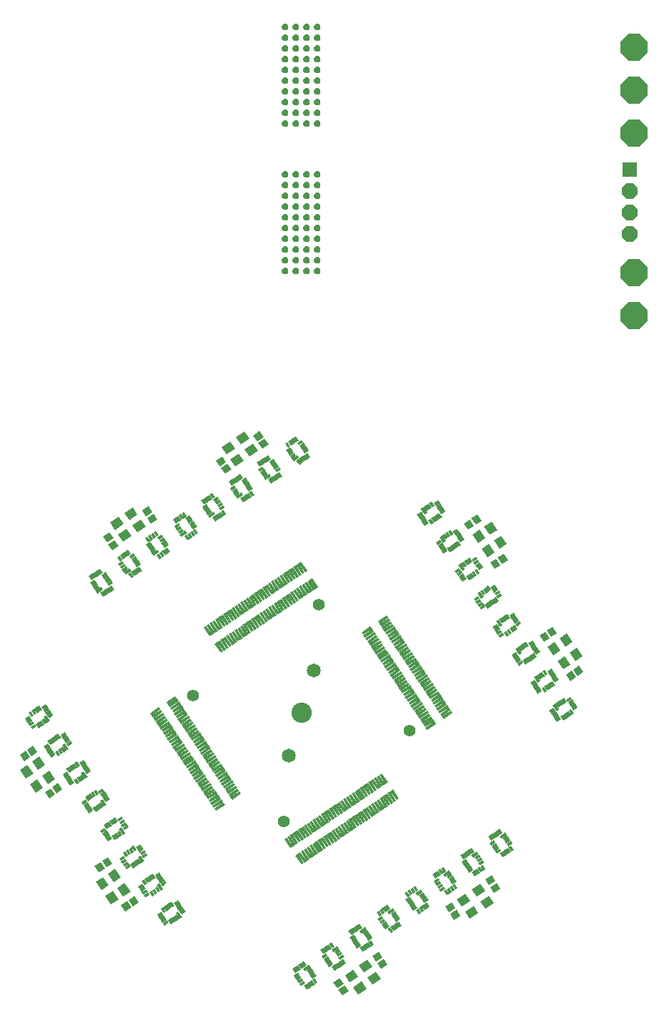
<source format=gbs>
G75*
%MOIN*%
%OFA0B0*%
%FSLAX25Y25*%
%IPPOS*%
%LPD*%
%AMOC8*
5,1,8,0,0,1.08239X$1,22.5*
%
%ADD10C,0.05600*%
%ADD11R,0.01387X0.05088*%
%ADD12C,0.09500*%
%ADD13C,0.06506*%
%ADD14R,0.02423X0.01486*%
%ADD15R,0.03210X0.01486*%
%ADD16OC8,0.03000*%
%ADD17R,0.03300X0.03600*%
%ADD18R,0.04100X0.04800*%
%ADD19OC8,0.07096*%
%ADD20R,0.07096X0.07096*%
%ADD21OC8,0.12411*%
D10*
X0131775Y0174707D03*
X0174250Y0116027D03*
X0232930Y0158502D03*
X0190455Y0217182D03*
D11*
G36*
X0189020Y0224477D02*
X0187871Y0223702D01*
X0185026Y0227919D01*
X0186175Y0228694D01*
X0189020Y0224477D01*
G37*
G36*
X0190326Y0225358D02*
X0189177Y0224583D01*
X0186332Y0228800D01*
X0187481Y0229575D01*
X0190326Y0225358D01*
G37*
G36*
X0187715Y0223596D02*
X0186566Y0222821D01*
X0183721Y0227038D01*
X0184870Y0227813D01*
X0187715Y0223596D01*
G37*
G36*
X0186409Y0222716D02*
X0185260Y0221941D01*
X0182415Y0226158D01*
X0183564Y0226933D01*
X0186409Y0222716D01*
G37*
G36*
X0185104Y0221835D02*
X0183955Y0221060D01*
X0181110Y0225277D01*
X0182259Y0226052D01*
X0185104Y0221835D01*
G37*
G36*
X0183798Y0220955D02*
X0182649Y0220180D01*
X0179804Y0224397D01*
X0180953Y0225172D01*
X0183798Y0220955D01*
G37*
G36*
X0182492Y0220074D02*
X0181343Y0219299D01*
X0178498Y0223516D01*
X0179647Y0224291D01*
X0182492Y0220074D01*
G37*
G36*
X0181187Y0219193D02*
X0180038Y0218418D01*
X0177193Y0222635D01*
X0178342Y0223410D01*
X0181187Y0219193D01*
G37*
G36*
X0179881Y0218313D02*
X0178732Y0217538D01*
X0175887Y0221755D01*
X0177036Y0222530D01*
X0179881Y0218313D01*
G37*
G36*
X0178576Y0217432D02*
X0177427Y0216657D01*
X0174582Y0220874D01*
X0175731Y0221649D01*
X0178576Y0217432D01*
G37*
G36*
X0177270Y0216551D02*
X0176121Y0215776D01*
X0173276Y0219993D01*
X0174425Y0220768D01*
X0177270Y0216551D01*
G37*
G36*
X0175965Y0215671D02*
X0174816Y0214896D01*
X0171971Y0219113D01*
X0173120Y0219888D01*
X0175965Y0215671D01*
G37*
G36*
X0174659Y0214790D02*
X0173510Y0214015D01*
X0170665Y0218232D01*
X0171814Y0219007D01*
X0174659Y0214790D01*
G37*
G36*
X0173353Y0213910D02*
X0172204Y0213135D01*
X0169359Y0217352D01*
X0170508Y0218127D01*
X0173353Y0213910D01*
G37*
G36*
X0172048Y0213029D02*
X0170899Y0212254D01*
X0168054Y0216471D01*
X0169203Y0217246D01*
X0172048Y0213029D01*
G37*
G36*
X0170742Y0212148D02*
X0169593Y0211373D01*
X0166748Y0215590D01*
X0167897Y0216365D01*
X0170742Y0212148D01*
G37*
G36*
X0169437Y0211268D02*
X0168288Y0210493D01*
X0165443Y0214710D01*
X0166592Y0215485D01*
X0169437Y0211268D01*
G37*
G36*
X0168131Y0210387D02*
X0166982Y0209612D01*
X0164137Y0213829D01*
X0165286Y0214604D01*
X0168131Y0210387D01*
G37*
G36*
X0166826Y0209506D02*
X0165677Y0208731D01*
X0162832Y0212948D01*
X0163981Y0213723D01*
X0166826Y0209506D01*
G37*
G36*
X0165520Y0208626D02*
X0164371Y0207851D01*
X0161526Y0212068D01*
X0162675Y0212843D01*
X0165520Y0208626D01*
G37*
G36*
X0164214Y0207745D02*
X0163065Y0206970D01*
X0160220Y0211187D01*
X0161369Y0211962D01*
X0164214Y0207745D01*
G37*
G36*
X0162909Y0206865D02*
X0161760Y0206090D01*
X0158915Y0210307D01*
X0160064Y0211082D01*
X0162909Y0206865D01*
G37*
G36*
X0161603Y0205984D02*
X0160454Y0205209D01*
X0157609Y0209426D01*
X0158758Y0210201D01*
X0161603Y0205984D01*
G37*
G36*
X0160298Y0205103D02*
X0159149Y0204328D01*
X0156304Y0208545D01*
X0157453Y0209320D01*
X0160298Y0205103D01*
G37*
G36*
X0158992Y0204223D02*
X0157843Y0203448D01*
X0154998Y0207665D01*
X0156147Y0208440D01*
X0158992Y0204223D01*
G37*
G36*
X0157687Y0203342D02*
X0156538Y0202567D01*
X0153693Y0206784D01*
X0154842Y0207559D01*
X0157687Y0203342D01*
G37*
G36*
X0156381Y0202462D02*
X0155232Y0201687D01*
X0152387Y0205904D01*
X0153536Y0206679D01*
X0156381Y0202462D01*
G37*
G36*
X0155075Y0201581D02*
X0153926Y0200806D01*
X0151081Y0205023D01*
X0152230Y0205798D01*
X0155075Y0201581D01*
G37*
G36*
X0153770Y0200700D02*
X0152621Y0199925D01*
X0149776Y0204142D01*
X0150925Y0204917D01*
X0153770Y0200700D01*
G37*
G36*
X0152464Y0199820D02*
X0151315Y0199045D01*
X0148470Y0203262D01*
X0149619Y0204037D01*
X0152464Y0199820D01*
G37*
G36*
X0151159Y0198939D02*
X0150010Y0198164D01*
X0147165Y0202381D01*
X0148314Y0203156D01*
X0151159Y0198939D01*
G37*
G36*
X0149853Y0198058D02*
X0148704Y0197283D01*
X0145859Y0201500D01*
X0147008Y0202275D01*
X0149853Y0198058D01*
G37*
G36*
X0148548Y0197178D02*
X0147399Y0196403D01*
X0144554Y0200620D01*
X0145703Y0201395D01*
X0148548Y0197178D01*
G37*
G36*
X0147242Y0196297D02*
X0146093Y0195522D01*
X0143248Y0199739D01*
X0144397Y0200514D01*
X0147242Y0196297D01*
G37*
G36*
X0145936Y0195417D02*
X0144787Y0194642D01*
X0141942Y0198859D01*
X0143091Y0199634D01*
X0145936Y0195417D01*
G37*
G36*
X0136791Y0206496D02*
X0137940Y0207271D01*
X0140785Y0203054D01*
X0139636Y0202279D01*
X0136791Y0206496D01*
G37*
G36*
X0138096Y0207377D02*
X0139245Y0208152D01*
X0142090Y0203935D01*
X0140941Y0203160D01*
X0138096Y0207377D01*
G37*
G36*
X0139402Y0208257D02*
X0140551Y0209032D01*
X0143396Y0204815D01*
X0142247Y0204040D01*
X0139402Y0208257D01*
G37*
G36*
X0140708Y0209138D02*
X0141857Y0209913D01*
X0144702Y0205696D01*
X0143553Y0204921D01*
X0140708Y0209138D01*
G37*
G36*
X0142013Y0210019D02*
X0143162Y0210794D01*
X0146007Y0206577D01*
X0144858Y0205802D01*
X0142013Y0210019D01*
G37*
G36*
X0143319Y0210899D02*
X0144468Y0211674D01*
X0147313Y0207457D01*
X0146164Y0206682D01*
X0143319Y0210899D01*
G37*
G36*
X0144624Y0211780D02*
X0145773Y0212555D01*
X0148618Y0208338D01*
X0147469Y0207563D01*
X0144624Y0211780D01*
G37*
G36*
X0145930Y0212660D02*
X0147079Y0213435D01*
X0149924Y0209218D01*
X0148775Y0208443D01*
X0145930Y0212660D01*
G37*
G36*
X0147235Y0213541D02*
X0148384Y0214316D01*
X0151229Y0210099D01*
X0150080Y0209324D01*
X0147235Y0213541D01*
G37*
G36*
X0148541Y0214422D02*
X0149690Y0215197D01*
X0152535Y0210980D01*
X0151386Y0210205D01*
X0148541Y0214422D01*
G37*
G36*
X0149847Y0215302D02*
X0150996Y0216077D01*
X0153841Y0211860D01*
X0152692Y0211085D01*
X0149847Y0215302D01*
G37*
G36*
X0151152Y0216183D02*
X0152301Y0216958D01*
X0155146Y0212741D01*
X0153997Y0211966D01*
X0151152Y0216183D01*
G37*
G36*
X0152458Y0217064D02*
X0153607Y0217839D01*
X0156452Y0213622D01*
X0155303Y0212847D01*
X0152458Y0217064D01*
G37*
G36*
X0153763Y0217944D02*
X0154912Y0218719D01*
X0157757Y0214502D01*
X0156608Y0213727D01*
X0153763Y0217944D01*
G37*
G36*
X0155069Y0218825D02*
X0156218Y0219600D01*
X0159063Y0215383D01*
X0157914Y0214608D01*
X0155069Y0218825D01*
G37*
G36*
X0156374Y0219705D02*
X0157523Y0220480D01*
X0160368Y0216263D01*
X0159219Y0215488D01*
X0156374Y0219705D01*
G37*
G36*
X0157680Y0220586D02*
X0158829Y0221361D01*
X0161674Y0217144D01*
X0160525Y0216369D01*
X0157680Y0220586D01*
G37*
G36*
X0158986Y0221467D02*
X0160135Y0222242D01*
X0162980Y0218025D01*
X0161831Y0217250D01*
X0158986Y0221467D01*
G37*
G36*
X0160291Y0222347D02*
X0161440Y0223122D01*
X0164285Y0218905D01*
X0163136Y0218130D01*
X0160291Y0222347D01*
G37*
G36*
X0161597Y0223228D02*
X0162746Y0224003D01*
X0165591Y0219786D01*
X0164442Y0219011D01*
X0161597Y0223228D01*
G37*
G36*
X0162902Y0224109D02*
X0164051Y0224884D01*
X0166896Y0220667D01*
X0165747Y0219892D01*
X0162902Y0224109D01*
G37*
G36*
X0164208Y0224989D02*
X0165357Y0225764D01*
X0168202Y0221547D01*
X0167053Y0220772D01*
X0164208Y0224989D01*
G37*
G36*
X0165513Y0225870D02*
X0166662Y0226645D01*
X0169507Y0222428D01*
X0168358Y0221653D01*
X0165513Y0225870D01*
G37*
G36*
X0166819Y0226750D02*
X0167968Y0227525D01*
X0170813Y0223308D01*
X0169664Y0222533D01*
X0166819Y0226750D01*
G37*
G36*
X0168125Y0227631D02*
X0169274Y0228406D01*
X0172119Y0224189D01*
X0170970Y0223414D01*
X0168125Y0227631D01*
G37*
G36*
X0169430Y0228512D02*
X0170579Y0229287D01*
X0173424Y0225070D01*
X0172275Y0224295D01*
X0169430Y0228512D01*
G37*
G36*
X0170736Y0229392D02*
X0171885Y0230167D01*
X0174730Y0225950D01*
X0173581Y0225175D01*
X0170736Y0229392D01*
G37*
G36*
X0172041Y0230273D02*
X0173190Y0231048D01*
X0176035Y0226831D01*
X0174886Y0226056D01*
X0172041Y0230273D01*
G37*
G36*
X0173347Y0231153D02*
X0174496Y0231928D01*
X0177341Y0227711D01*
X0176192Y0226936D01*
X0173347Y0231153D01*
G37*
G36*
X0174652Y0232034D02*
X0175801Y0232809D01*
X0178646Y0228592D01*
X0177497Y0227817D01*
X0174652Y0232034D01*
G37*
G36*
X0175958Y0232915D02*
X0177107Y0233690D01*
X0179952Y0229473D01*
X0178803Y0228698D01*
X0175958Y0232915D01*
G37*
G36*
X0177264Y0233795D02*
X0178413Y0234570D01*
X0181258Y0230353D01*
X0180109Y0229578D01*
X0177264Y0233795D01*
G37*
G36*
X0178569Y0234676D02*
X0179718Y0235451D01*
X0182563Y0231234D01*
X0181414Y0230459D01*
X0178569Y0234676D01*
G37*
G36*
X0179875Y0235557D02*
X0181024Y0236332D01*
X0183869Y0232115D01*
X0182720Y0231340D01*
X0179875Y0235557D01*
G37*
G36*
X0181180Y0236437D02*
X0182329Y0237212D01*
X0185174Y0232995D01*
X0184025Y0232220D01*
X0181180Y0236437D01*
G37*
G36*
X0211165Y0203020D02*
X0210390Y0204169D01*
X0214607Y0207014D01*
X0215382Y0205865D01*
X0211165Y0203020D01*
G37*
G36*
X0212045Y0201715D02*
X0211270Y0202864D01*
X0215487Y0205709D01*
X0216262Y0204560D01*
X0212045Y0201715D01*
G37*
G36*
X0212926Y0200409D02*
X0212151Y0201558D01*
X0216368Y0204403D01*
X0217143Y0203254D01*
X0212926Y0200409D01*
G37*
G36*
X0213806Y0199103D02*
X0213031Y0200252D01*
X0217248Y0203097D01*
X0218023Y0201948D01*
X0213806Y0199103D01*
G37*
G36*
X0214687Y0197798D02*
X0213912Y0198947D01*
X0218129Y0201792D01*
X0218904Y0200643D01*
X0214687Y0197798D01*
G37*
G36*
X0215568Y0196492D02*
X0214793Y0197641D01*
X0219010Y0200486D01*
X0219785Y0199337D01*
X0215568Y0196492D01*
G37*
G36*
X0216448Y0195187D02*
X0215673Y0196336D01*
X0219890Y0199181D01*
X0220665Y0198032D01*
X0216448Y0195187D01*
G37*
G36*
X0217329Y0193881D02*
X0216554Y0195030D01*
X0220771Y0197875D01*
X0221546Y0196726D01*
X0217329Y0193881D01*
G37*
G36*
X0218210Y0192576D02*
X0217435Y0193725D01*
X0221652Y0196570D01*
X0222427Y0195421D01*
X0218210Y0192576D01*
G37*
G36*
X0219090Y0191270D02*
X0218315Y0192419D01*
X0222532Y0195264D01*
X0223307Y0194115D01*
X0219090Y0191270D01*
G37*
G36*
X0219971Y0189964D02*
X0219196Y0191113D01*
X0223413Y0193958D01*
X0224188Y0192809D01*
X0219971Y0189964D01*
G37*
G36*
X0220851Y0188659D02*
X0220076Y0189808D01*
X0224293Y0192653D01*
X0225068Y0191504D01*
X0220851Y0188659D01*
G37*
G36*
X0221732Y0187353D02*
X0220957Y0188502D01*
X0225174Y0191347D01*
X0225949Y0190198D01*
X0221732Y0187353D01*
G37*
G36*
X0222613Y0186048D02*
X0221838Y0187197D01*
X0226055Y0190042D01*
X0226830Y0188893D01*
X0222613Y0186048D01*
G37*
G36*
X0223493Y0184742D02*
X0222718Y0185891D01*
X0226935Y0188736D01*
X0227710Y0187587D01*
X0223493Y0184742D01*
G37*
G36*
X0224374Y0183437D02*
X0223599Y0184586D01*
X0227816Y0187431D01*
X0228591Y0186282D01*
X0224374Y0183437D01*
G37*
G36*
X0225255Y0182131D02*
X0224480Y0183280D01*
X0228697Y0186125D01*
X0229472Y0184976D01*
X0225255Y0182131D01*
G37*
G36*
X0226135Y0180825D02*
X0225360Y0181974D01*
X0229577Y0184819D01*
X0230352Y0183670D01*
X0226135Y0180825D01*
G37*
G36*
X0227016Y0179520D02*
X0226241Y0180669D01*
X0230458Y0183514D01*
X0231233Y0182365D01*
X0227016Y0179520D01*
G37*
G36*
X0227896Y0178214D02*
X0227121Y0179363D01*
X0231338Y0182208D01*
X0232113Y0181059D01*
X0227896Y0178214D01*
G37*
G36*
X0228777Y0176909D02*
X0228002Y0178058D01*
X0232219Y0180903D01*
X0232994Y0179754D01*
X0228777Y0176909D01*
G37*
G36*
X0229658Y0175603D02*
X0228883Y0176752D01*
X0233100Y0179597D01*
X0233875Y0178448D01*
X0229658Y0175603D01*
G37*
G36*
X0230538Y0174298D02*
X0229763Y0175447D01*
X0233980Y0178292D01*
X0234755Y0177143D01*
X0230538Y0174298D01*
G37*
G36*
X0231419Y0172992D02*
X0230644Y0174141D01*
X0234861Y0176986D01*
X0235636Y0175837D01*
X0231419Y0172992D01*
G37*
G36*
X0232299Y0171686D02*
X0231524Y0172835D01*
X0235741Y0175680D01*
X0236516Y0174531D01*
X0232299Y0171686D01*
G37*
G36*
X0233180Y0170381D02*
X0232405Y0171530D01*
X0236622Y0174375D01*
X0237397Y0173226D01*
X0233180Y0170381D01*
G37*
G36*
X0234061Y0169075D02*
X0233286Y0170224D01*
X0237503Y0173069D01*
X0238278Y0171920D01*
X0234061Y0169075D01*
G37*
G36*
X0234941Y0167770D02*
X0234166Y0168919D01*
X0238383Y0171764D01*
X0239158Y0170615D01*
X0234941Y0167770D01*
G37*
G36*
X0235822Y0166464D02*
X0235047Y0167613D01*
X0239264Y0170458D01*
X0240039Y0169309D01*
X0235822Y0166464D01*
G37*
G36*
X0236703Y0165159D02*
X0235928Y0166308D01*
X0240145Y0169153D01*
X0240920Y0168004D01*
X0236703Y0165159D01*
G37*
G36*
X0237583Y0163853D02*
X0236808Y0165002D01*
X0241025Y0167847D01*
X0241800Y0166698D01*
X0237583Y0163853D01*
G37*
G36*
X0238464Y0162547D02*
X0237689Y0163696D01*
X0241906Y0166541D01*
X0242681Y0165392D01*
X0238464Y0162547D01*
G37*
G36*
X0239344Y0161242D02*
X0238569Y0162391D01*
X0242786Y0165236D01*
X0243561Y0164087D01*
X0239344Y0161242D01*
G37*
G36*
X0240225Y0159936D02*
X0239450Y0161085D01*
X0243667Y0163930D01*
X0244442Y0162781D01*
X0240225Y0159936D01*
G37*
G36*
X0241106Y0158631D02*
X0240331Y0159780D01*
X0244548Y0162625D01*
X0245323Y0161476D01*
X0241106Y0158631D01*
G37*
G36*
X0252185Y0167776D02*
X0252960Y0166627D01*
X0248743Y0163782D01*
X0247968Y0164931D01*
X0252185Y0167776D01*
G37*
G36*
X0251305Y0169082D02*
X0252080Y0167933D01*
X0247863Y0165088D01*
X0247088Y0166237D01*
X0251305Y0169082D01*
G37*
G36*
X0250424Y0170388D02*
X0251199Y0169239D01*
X0246982Y0166394D01*
X0246207Y0167543D01*
X0250424Y0170388D01*
G37*
G36*
X0249543Y0171693D02*
X0250318Y0170544D01*
X0246101Y0167699D01*
X0245326Y0168848D01*
X0249543Y0171693D01*
G37*
G36*
X0248663Y0172999D02*
X0249438Y0171850D01*
X0245221Y0169005D01*
X0244446Y0170154D01*
X0248663Y0172999D01*
G37*
G36*
X0247782Y0174304D02*
X0248557Y0173155D01*
X0244340Y0170310D01*
X0243565Y0171459D01*
X0247782Y0174304D01*
G37*
G36*
X0246902Y0175610D02*
X0247677Y0174461D01*
X0243460Y0171616D01*
X0242685Y0172765D01*
X0246902Y0175610D01*
G37*
G36*
X0246021Y0176915D02*
X0246796Y0175766D01*
X0242579Y0172921D01*
X0241804Y0174070D01*
X0246021Y0176915D01*
G37*
G36*
X0245140Y0178221D02*
X0245915Y0177072D01*
X0241698Y0174227D01*
X0240923Y0175376D01*
X0245140Y0178221D01*
G37*
G36*
X0244260Y0179527D02*
X0245035Y0178378D01*
X0240818Y0175533D01*
X0240043Y0176682D01*
X0244260Y0179527D01*
G37*
G36*
X0243379Y0180832D02*
X0244154Y0179683D01*
X0239937Y0176838D01*
X0239162Y0177987D01*
X0243379Y0180832D01*
G37*
G36*
X0242498Y0182138D02*
X0243273Y0180989D01*
X0239056Y0178144D01*
X0238281Y0179293D01*
X0242498Y0182138D01*
G37*
G36*
X0241618Y0183443D02*
X0242393Y0182294D01*
X0238176Y0179449D01*
X0237401Y0180598D01*
X0241618Y0183443D01*
G37*
G36*
X0240737Y0184749D02*
X0241512Y0183600D01*
X0237295Y0180755D01*
X0236520Y0181904D01*
X0240737Y0184749D01*
G37*
G36*
X0239857Y0186054D02*
X0240632Y0184905D01*
X0236415Y0182060D01*
X0235640Y0183209D01*
X0239857Y0186054D01*
G37*
G36*
X0238976Y0187360D02*
X0239751Y0186211D01*
X0235534Y0183366D01*
X0234759Y0184515D01*
X0238976Y0187360D01*
G37*
G36*
X0238095Y0188666D02*
X0238870Y0187517D01*
X0234653Y0184672D01*
X0233878Y0185821D01*
X0238095Y0188666D01*
G37*
G36*
X0237215Y0189971D02*
X0237990Y0188822D01*
X0233773Y0185977D01*
X0232998Y0187126D01*
X0237215Y0189971D01*
G37*
G36*
X0236334Y0191277D02*
X0237109Y0190128D01*
X0232892Y0187283D01*
X0232117Y0188432D01*
X0236334Y0191277D01*
G37*
G36*
X0235453Y0192582D02*
X0236228Y0191433D01*
X0232011Y0188588D01*
X0231236Y0189737D01*
X0235453Y0192582D01*
G37*
G36*
X0234573Y0193888D02*
X0235348Y0192739D01*
X0231131Y0189894D01*
X0230356Y0191043D01*
X0234573Y0193888D01*
G37*
G36*
X0233692Y0195193D02*
X0234467Y0194044D01*
X0230250Y0191199D01*
X0229475Y0192348D01*
X0233692Y0195193D01*
G37*
G36*
X0232812Y0196499D02*
X0233587Y0195350D01*
X0229370Y0192505D01*
X0228595Y0193654D01*
X0232812Y0196499D01*
G37*
G36*
X0231931Y0197805D02*
X0232706Y0196656D01*
X0228489Y0193811D01*
X0227714Y0194960D01*
X0231931Y0197805D01*
G37*
G36*
X0231050Y0199110D02*
X0231825Y0197961D01*
X0227608Y0195116D01*
X0226833Y0196265D01*
X0231050Y0199110D01*
G37*
G36*
X0230170Y0200416D02*
X0230945Y0199267D01*
X0226728Y0196422D01*
X0225953Y0197571D01*
X0230170Y0200416D01*
G37*
G36*
X0229289Y0201721D02*
X0230064Y0200572D01*
X0225847Y0197727D01*
X0225072Y0198876D01*
X0229289Y0201721D01*
G37*
G36*
X0228409Y0203027D02*
X0229184Y0201878D01*
X0224967Y0199033D01*
X0224192Y0200182D01*
X0228409Y0203027D01*
G37*
G36*
X0227528Y0204332D02*
X0228303Y0203183D01*
X0224086Y0200338D01*
X0223311Y0201487D01*
X0227528Y0204332D01*
G37*
G36*
X0226647Y0205638D02*
X0227422Y0204489D01*
X0223205Y0201644D01*
X0222430Y0202793D01*
X0226647Y0205638D01*
G37*
G36*
X0225767Y0206944D02*
X0226542Y0205795D01*
X0222325Y0202950D01*
X0221550Y0204099D01*
X0225767Y0206944D01*
G37*
G36*
X0224886Y0208249D02*
X0225661Y0207100D01*
X0221444Y0204255D01*
X0220669Y0205404D01*
X0224886Y0208249D01*
G37*
G36*
X0224005Y0209555D02*
X0224780Y0208406D01*
X0220563Y0205561D01*
X0219788Y0206710D01*
X0224005Y0209555D01*
G37*
G36*
X0223125Y0210860D02*
X0223900Y0209711D01*
X0219683Y0206866D01*
X0218908Y0208015D01*
X0223125Y0210860D01*
G37*
G36*
X0222244Y0212166D02*
X0223019Y0211017D01*
X0218802Y0208172D01*
X0218027Y0209321D01*
X0222244Y0212166D01*
G37*
G36*
X0218768Y0137792D02*
X0219917Y0138567D01*
X0222762Y0134350D01*
X0221613Y0133575D01*
X0218768Y0137792D01*
G37*
G36*
X0217463Y0136911D02*
X0218612Y0137686D01*
X0221457Y0133469D01*
X0220308Y0132694D01*
X0217463Y0136911D01*
G37*
G36*
X0216157Y0136031D02*
X0217306Y0136806D01*
X0220151Y0132589D01*
X0219002Y0131814D01*
X0216157Y0136031D01*
G37*
G36*
X0214852Y0135150D02*
X0216001Y0135925D01*
X0218846Y0131708D01*
X0217697Y0130933D01*
X0214852Y0135150D01*
G37*
G36*
X0213546Y0134270D02*
X0214695Y0135045D01*
X0217540Y0130828D01*
X0216391Y0130053D01*
X0213546Y0134270D01*
G37*
G36*
X0212240Y0133389D02*
X0213389Y0134164D01*
X0216234Y0129947D01*
X0215085Y0129172D01*
X0212240Y0133389D01*
G37*
G36*
X0210935Y0132508D02*
X0212084Y0133283D01*
X0214929Y0129066D01*
X0213780Y0128291D01*
X0210935Y0132508D01*
G37*
G36*
X0209629Y0131628D02*
X0210778Y0132403D01*
X0213623Y0128186D01*
X0212474Y0127411D01*
X0209629Y0131628D01*
G37*
G36*
X0208324Y0130747D02*
X0209473Y0131522D01*
X0212318Y0127305D01*
X0211169Y0126530D01*
X0208324Y0130747D01*
G37*
G36*
X0207018Y0129866D02*
X0208167Y0130641D01*
X0211012Y0126424D01*
X0209863Y0125649D01*
X0207018Y0129866D01*
G37*
G36*
X0205713Y0128986D02*
X0206862Y0129761D01*
X0209707Y0125544D01*
X0208558Y0124769D01*
X0205713Y0128986D01*
G37*
G36*
X0204407Y0128105D02*
X0205556Y0128880D01*
X0208401Y0124663D01*
X0207252Y0123888D01*
X0204407Y0128105D01*
G37*
G36*
X0203101Y0127225D02*
X0204250Y0128000D01*
X0207095Y0123783D01*
X0205946Y0123008D01*
X0203101Y0127225D01*
G37*
G36*
X0201796Y0126344D02*
X0202945Y0127119D01*
X0205790Y0122902D01*
X0204641Y0122127D01*
X0201796Y0126344D01*
G37*
G36*
X0200490Y0125463D02*
X0201639Y0126238D01*
X0204484Y0122021D01*
X0203335Y0121246D01*
X0200490Y0125463D01*
G37*
G36*
X0199185Y0124583D02*
X0200334Y0125358D01*
X0203179Y0121141D01*
X0202030Y0120366D01*
X0199185Y0124583D01*
G37*
G36*
X0197879Y0123702D02*
X0199028Y0124477D01*
X0201873Y0120260D01*
X0200724Y0119485D01*
X0197879Y0123702D01*
G37*
G36*
X0196574Y0122821D02*
X0197723Y0123596D01*
X0200568Y0119379D01*
X0199419Y0118604D01*
X0196574Y0122821D01*
G37*
G36*
X0195268Y0121941D02*
X0196417Y0122716D01*
X0199262Y0118499D01*
X0198113Y0117724D01*
X0195268Y0121941D01*
G37*
G36*
X0193962Y0121060D02*
X0195111Y0121835D01*
X0197956Y0117618D01*
X0196807Y0116843D01*
X0193962Y0121060D01*
G37*
G36*
X0192657Y0120180D02*
X0193806Y0120955D01*
X0196651Y0116738D01*
X0195502Y0115963D01*
X0192657Y0120180D01*
G37*
G36*
X0191351Y0119299D02*
X0192500Y0120074D01*
X0195345Y0115857D01*
X0194196Y0115082D01*
X0191351Y0119299D01*
G37*
G36*
X0190046Y0118418D02*
X0191195Y0119193D01*
X0194040Y0114976D01*
X0192891Y0114201D01*
X0190046Y0118418D01*
G37*
G36*
X0188740Y0117538D02*
X0189889Y0118313D01*
X0192734Y0114096D01*
X0191585Y0113321D01*
X0188740Y0117538D01*
G37*
G36*
X0187435Y0116657D02*
X0188584Y0117432D01*
X0191429Y0113215D01*
X0190280Y0112440D01*
X0187435Y0116657D01*
G37*
G36*
X0186129Y0115777D02*
X0187278Y0116552D01*
X0190123Y0112335D01*
X0188974Y0111560D01*
X0186129Y0115777D01*
G37*
G36*
X0184823Y0114896D02*
X0185972Y0115671D01*
X0188817Y0111454D01*
X0187668Y0110679D01*
X0184823Y0114896D01*
G37*
G36*
X0183518Y0114015D02*
X0184667Y0114790D01*
X0187512Y0110573D01*
X0186363Y0109798D01*
X0183518Y0114015D01*
G37*
G36*
X0182212Y0113135D02*
X0183361Y0113910D01*
X0186206Y0109693D01*
X0185057Y0108918D01*
X0182212Y0113135D01*
G37*
G36*
X0180907Y0112254D02*
X0182056Y0113029D01*
X0184901Y0108812D01*
X0183752Y0108037D01*
X0180907Y0112254D01*
G37*
G36*
X0179601Y0111373D02*
X0180750Y0112148D01*
X0183595Y0107931D01*
X0182446Y0107156D01*
X0179601Y0111373D01*
G37*
G36*
X0178296Y0110493D02*
X0179445Y0111268D01*
X0182290Y0107051D01*
X0181141Y0106276D01*
X0178296Y0110493D01*
G37*
G36*
X0176990Y0109612D02*
X0178139Y0110387D01*
X0180984Y0106170D01*
X0179835Y0105395D01*
X0176990Y0109612D01*
G37*
G36*
X0175684Y0108732D02*
X0176833Y0109507D01*
X0179678Y0105290D01*
X0178529Y0104515D01*
X0175684Y0108732D01*
G37*
G36*
X0174379Y0107851D02*
X0175528Y0108626D01*
X0178373Y0104409D01*
X0177224Y0103634D01*
X0174379Y0107851D01*
G37*
G36*
X0183524Y0096771D02*
X0182375Y0095996D01*
X0179530Y0100213D01*
X0180679Y0100988D01*
X0183524Y0096771D01*
G37*
G36*
X0184830Y0097652D02*
X0183681Y0096877D01*
X0180836Y0101094D01*
X0181985Y0101869D01*
X0184830Y0097652D01*
G37*
G36*
X0186136Y0098533D02*
X0184987Y0097758D01*
X0182142Y0101975D01*
X0183291Y0102750D01*
X0186136Y0098533D01*
G37*
G36*
X0187441Y0099413D02*
X0186292Y0098638D01*
X0183447Y0102855D01*
X0184596Y0103630D01*
X0187441Y0099413D01*
G37*
G36*
X0188747Y0100294D02*
X0187598Y0099519D01*
X0184753Y0103736D01*
X0185902Y0104511D01*
X0188747Y0100294D01*
G37*
G36*
X0190052Y0101174D02*
X0188903Y0100399D01*
X0186058Y0104616D01*
X0187207Y0105391D01*
X0190052Y0101174D01*
G37*
G36*
X0191358Y0102055D02*
X0190209Y0101280D01*
X0187364Y0105497D01*
X0188513Y0106272D01*
X0191358Y0102055D01*
G37*
G36*
X0192663Y0102936D02*
X0191514Y0102161D01*
X0188669Y0106378D01*
X0189818Y0107153D01*
X0192663Y0102936D01*
G37*
G36*
X0193969Y0103816D02*
X0192820Y0103041D01*
X0189975Y0107258D01*
X0191124Y0108033D01*
X0193969Y0103816D01*
G37*
G36*
X0195275Y0104697D02*
X0194126Y0103922D01*
X0191281Y0108139D01*
X0192430Y0108914D01*
X0195275Y0104697D01*
G37*
G36*
X0196580Y0105578D02*
X0195431Y0104803D01*
X0192586Y0109020D01*
X0193735Y0109795D01*
X0196580Y0105578D01*
G37*
G36*
X0197886Y0106458D02*
X0196737Y0105683D01*
X0193892Y0109900D01*
X0195041Y0110675D01*
X0197886Y0106458D01*
G37*
G36*
X0199191Y0107339D02*
X0198042Y0106564D01*
X0195197Y0110781D01*
X0196346Y0111556D01*
X0199191Y0107339D01*
G37*
G36*
X0200497Y0108219D02*
X0199348Y0107444D01*
X0196503Y0111661D01*
X0197652Y0112436D01*
X0200497Y0108219D01*
G37*
G36*
X0201802Y0109100D02*
X0200653Y0108325D01*
X0197808Y0112542D01*
X0198957Y0113317D01*
X0201802Y0109100D01*
G37*
G36*
X0203108Y0109981D02*
X0201959Y0109206D01*
X0199114Y0113423D01*
X0200263Y0114198D01*
X0203108Y0109981D01*
G37*
G36*
X0204414Y0110861D02*
X0203265Y0110086D01*
X0200420Y0114303D01*
X0201569Y0115078D01*
X0204414Y0110861D01*
G37*
G36*
X0205719Y0111742D02*
X0204570Y0110967D01*
X0201725Y0115184D01*
X0202874Y0115959D01*
X0205719Y0111742D01*
G37*
G36*
X0207025Y0112623D02*
X0205876Y0111848D01*
X0203031Y0116065D01*
X0204180Y0116840D01*
X0207025Y0112623D01*
G37*
G36*
X0208330Y0113503D02*
X0207181Y0112728D01*
X0204336Y0116945D01*
X0205485Y0117720D01*
X0208330Y0113503D01*
G37*
G36*
X0209636Y0114384D02*
X0208487Y0113609D01*
X0205642Y0117826D01*
X0206791Y0118601D01*
X0209636Y0114384D01*
G37*
G36*
X0210941Y0115264D02*
X0209792Y0114489D01*
X0206947Y0118706D01*
X0208096Y0119481D01*
X0210941Y0115264D01*
G37*
G36*
X0212247Y0116145D02*
X0211098Y0115370D01*
X0208253Y0119587D01*
X0209402Y0120362D01*
X0212247Y0116145D01*
G37*
G36*
X0213553Y0117026D02*
X0212404Y0116251D01*
X0209559Y0120468D01*
X0210708Y0121243D01*
X0213553Y0117026D01*
G37*
G36*
X0214858Y0117906D02*
X0213709Y0117131D01*
X0210864Y0121348D01*
X0212013Y0122123D01*
X0214858Y0117906D01*
G37*
G36*
X0216164Y0118787D02*
X0215015Y0118012D01*
X0212170Y0122229D01*
X0213319Y0123004D01*
X0216164Y0118787D01*
G37*
G36*
X0217469Y0119667D02*
X0216320Y0118892D01*
X0213475Y0123109D01*
X0214624Y0123884D01*
X0217469Y0119667D01*
G37*
G36*
X0218775Y0120548D02*
X0217626Y0119773D01*
X0214781Y0123990D01*
X0215930Y0124765D01*
X0218775Y0120548D01*
G37*
G36*
X0220080Y0121429D02*
X0218931Y0120654D01*
X0216086Y0124871D01*
X0217235Y0125646D01*
X0220080Y0121429D01*
G37*
G36*
X0221386Y0122309D02*
X0220237Y0121534D01*
X0217392Y0125751D01*
X0218541Y0126526D01*
X0221386Y0122309D01*
G37*
G36*
X0222692Y0123190D02*
X0221543Y0122415D01*
X0218698Y0126632D01*
X0219847Y0127407D01*
X0222692Y0123190D01*
G37*
G36*
X0223997Y0124071D02*
X0222848Y0123296D01*
X0220003Y0127513D01*
X0221152Y0128288D01*
X0223997Y0124071D01*
G37*
G36*
X0225303Y0124951D02*
X0224154Y0124176D01*
X0221309Y0128393D01*
X0222458Y0129168D01*
X0225303Y0124951D01*
G37*
G36*
X0226608Y0125832D02*
X0225459Y0125057D01*
X0222614Y0129274D01*
X0223763Y0130049D01*
X0226608Y0125832D01*
G37*
G36*
X0227914Y0126712D02*
X0226765Y0125937D01*
X0223920Y0130154D01*
X0225069Y0130929D01*
X0227914Y0126712D01*
G37*
G36*
X0153540Y0130188D02*
X0154315Y0129039D01*
X0150098Y0126194D01*
X0149323Y0127343D01*
X0153540Y0130188D01*
G37*
G36*
X0152659Y0131494D02*
X0153434Y0130345D01*
X0149217Y0127500D01*
X0148442Y0128649D01*
X0152659Y0131494D01*
G37*
G36*
X0151779Y0132800D02*
X0152554Y0131651D01*
X0148337Y0128806D01*
X0147562Y0129955D01*
X0151779Y0132800D01*
G37*
G36*
X0150898Y0134105D02*
X0151673Y0132956D01*
X0147456Y0130111D01*
X0146681Y0131260D01*
X0150898Y0134105D01*
G37*
G36*
X0150018Y0135411D02*
X0150793Y0134262D01*
X0146576Y0131417D01*
X0145801Y0132566D01*
X0150018Y0135411D01*
G37*
G36*
X0149137Y0136716D02*
X0149912Y0135567D01*
X0145695Y0132722D01*
X0144920Y0133871D01*
X0149137Y0136716D01*
G37*
G36*
X0148256Y0138022D02*
X0149031Y0136873D01*
X0144814Y0134028D01*
X0144039Y0135177D01*
X0148256Y0138022D01*
G37*
G36*
X0147376Y0139327D02*
X0148151Y0138178D01*
X0143934Y0135333D01*
X0143159Y0136482D01*
X0147376Y0139327D01*
G37*
G36*
X0146495Y0140633D02*
X0147270Y0139484D01*
X0143053Y0136639D01*
X0142278Y0137788D01*
X0146495Y0140633D01*
G37*
G36*
X0145614Y0141939D02*
X0146389Y0140790D01*
X0142172Y0137945D01*
X0141397Y0139094D01*
X0145614Y0141939D01*
G37*
G36*
X0144734Y0143244D02*
X0145509Y0142095D01*
X0141292Y0139250D01*
X0140517Y0140399D01*
X0144734Y0143244D01*
G37*
G36*
X0143853Y0144550D02*
X0144628Y0143401D01*
X0140411Y0140556D01*
X0139636Y0141705D01*
X0143853Y0144550D01*
G37*
G36*
X0142973Y0145855D02*
X0143748Y0144706D01*
X0139531Y0141861D01*
X0138756Y0143010D01*
X0142973Y0145855D01*
G37*
G36*
X0142092Y0147161D02*
X0142867Y0146012D01*
X0138650Y0143167D01*
X0137875Y0144316D01*
X0142092Y0147161D01*
G37*
G36*
X0141211Y0148466D02*
X0141986Y0147317D01*
X0137769Y0144472D01*
X0136994Y0145621D01*
X0141211Y0148466D01*
G37*
G36*
X0140331Y0149772D02*
X0141106Y0148623D01*
X0136889Y0145778D01*
X0136114Y0146927D01*
X0140331Y0149772D01*
G37*
G36*
X0139450Y0151078D02*
X0140225Y0149929D01*
X0136008Y0147084D01*
X0135233Y0148233D01*
X0139450Y0151078D01*
G37*
G36*
X0138570Y0152383D02*
X0139345Y0151234D01*
X0135128Y0148389D01*
X0134353Y0149538D01*
X0138570Y0152383D01*
G37*
G36*
X0137689Y0153689D02*
X0138464Y0152540D01*
X0134247Y0149695D01*
X0133472Y0150844D01*
X0137689Y0153689D01*
G37*
G36*
X0136808Y0154994D02*
X0137583Y0153845D01*
X0133366Y0151000D01*
X0132591Y0152149D01*
X0136808Y0154994D01*
G37*
G36*
X0135928Y0156300D02*
X0136703Y0155151D01*
X0132486Y0152306D01*
X0131711Y0153455D01*
X0135928Y0156300D01*
G37*
G36*
X0135047Y0157605D02*
X0135822Y0156456D01*
X0131605Y0153611D01*
X0130830Y0154760D01*
X0135047Y0157605D01*
G37*
G36*
X0134166Y0158911D02*
X0134941Y0157762D01*
X0130724Y0154917D01*
X0129949Y0156066D01*
X0134166Y0158911D01*
G37*
G36*
X0133286Y0160217D02*
X0134061Y0159068D01*
X0129844Y0156223D01*
X0129069Y0157372D01*
X0133286Y0160217D01*
G37*
G36*
X0132405Y0161522D02*
X0133180Y0160373D01*
X0128963Y0157528D01*
X0128188Y0158677D01*
X0132405Y0161522D01*
G37*
G36*
X0131525Y0162828D02*
X0132300Y0161679D01*
X0128083Y0158834D01*
X0127308Y0159983D01*
X0131525Y0162828D01*
G37*
G36*
X0130644Y0164133D02*
X0131419Y0162984D01*
X0127202Y0160139D01*
X0126427Y0161288D01*
X0130644Y0164133D01*
G37*
G36*
X0129763Y0165439D02*
X0130538Y0164290D01*
X0126321Y0161445D01*
X0125546Y0162594D01*
X0129763Y0165439D01*
G37*
G36*
X0128883Y0166744D02*
X0129658Y0165595D01*
X0125441Y0162750D01*
X0124666Y0163899D01*
X0128883Y0166744D01*
G37*
G36*
X0128002Y0168050D02*
X0128777Y0166901D01*
X0124560Y0164056D01*
X0123785Y0165205D01*
X0128002Y0168050D01*
G37*
G36*
X0127121Y0169356D02*
X0127896Y0168207D01*
X0123679Y0165362D01*
X0122904Y0166511D01*
X0127121Y0169356D01*
G37*
G36*
X0126241Y0170661D02*
X0127016Y0169512D01*
X0122799Y0166667D01*
X0122024Y0167816D01*
X0126241Y0170661D01*
G37*
G36*
X0125360Y0171967D02*
X0126135Y0170818D01*
X0121918Y0167973D01*
X0121143Y0169122D01*
X0125360Y0171967D01*
G37*
G36*
X0124480Y0173272D02*
X0125255Y0172123D01*
X0121038Y0169278D01*
X0120263Y0170427D01*
X0124480Y0173272D01*
G37*
G36*
X0123599Y0174578D02*
X0124374Y0173429D01*
X0120157Y0170584D01*
X0119382Y0171733D01*
X0123599Y0174578D01*
G37*
G36*
X0112519Y0165432D02*
X0111744Y0166581D01*
X0115961Y0169426D01*
X0116736Y0168277D01*
X0112519Y0165432D01*
G37*
G36*
X0113400Y0164127D02*
X0112625Y0165276D01*
X0116842Y0168121D01*
X0117617Y0166972D01*
X0113400Y0164127D01*
G37*
G36*
X0114281Y0162821D02*
X0113506Y0163970D01*
X0117723Y0166815D01*
X0118498Y0165666D01*
X0114281Y0162821D01*
G37*
G36*
X0115161Y0161515D02*
X0114386Y0162664D01*
X0118603Y0165509D01*
X0119378Y0164360D01*
X0115161Y0161515D01*
G37*
G36*
X0116042Y0160210D02*
X0115267Y0161359D01*
X0119484Y0164204D01*
X0120259Y0163055D01*
X0116042Y0160210D01*
G37*
G36*
X0116923Y0158904D02*
X0116148Y0160053D01*
X0120365Y0162898D01*
X0121140Y0161749D01*
X0116923Y0158904D01*
G37*
G36*
X0117803Y0157599D02*
X0117028Y0158748D01*
X0121245Y0161593D01*
X0122020Y0160444D01*
X0117803Y0157599D01*
G37*
G36*
X0118684Y0156293D02*
X0117909Y0157442D01*
X0122126Y0160287D01*
X0122901Y0159138D01*
X0118684Y0156293D01*
G37*
G36*
X0119564Y0154988D02*
X0118789Y0156137D01*
X0123006Y0158982D01*
X0123781Y0157833D01*
X0119564Y0154988D01*
G37*
G36*
X0120445Y0153682D02*
X0119670Y0154831D01*
X0123887Y0157676D01*
X0124662Y0156527D01*
X0120445Y0153682D01*
G37*
G36*
X0121326Y0152376D02*
X0120551Y0153525D01*
X0124768Y0156370D01*
X0125543Y0155221D01*
X0121326Y0152376D01*
G37*
G36*
X0122206Y0151071D02*
X0121431Y0152220D01*
X0125648Y0155065D01*
X0126423Y0153916D01*
X0122206Y0151071D01*
G37*
G36*
X0123087Y0149765D02*
X0122312Y0150914D01*
X0126529Y0153759D01*
X0127304Y0152610D01*
X0123087Y0149765D01*
G37*
G36*
X0123967Y0148460D02*
X0123192Y0149609D01*
X0127409Y0152454D01*
X0128184Y0151305D01*
X0123967Y0148460D01*
G37*
G36*
X0124848Y0147154D02*
X0124073Y0148303D01*
X0128290Y0151148D01*
X0129065Y0149999D01*
X0124848Y0147154D01*
G37*
G36*
X0125729Y0145849D02*
X0124954Y0146998D01*
X0129171Y0149843D01*
X0129946Y0148694D01*
X0125729Y0145849D01*
G37*
G36*
X0126609Y0144543D02*
X0125834Y0145692D01*
X0130051Y0148537D01*
X0130826Y0147388D01*
X0126609Y0144543D01*
G37*
G36*
X0127490Y0143237D02*
X0126715Y0144386D01*
X0130932Y0147231D01*
X0131707Y0146082D01*
X0127490Y0143237D01*
G37*
G36*
X0128371Y0141932D02*
X0127596Y0143081D01*
X0131813Y0145926D01*
X0132588Y0144777D01*
X0128371Y0141932D01*
G37*
G36*
X0129251Y0140626D02*
X0128476Y0141775D01*
X0132693Y0144620D01*
X0133468Y0143471D01*
X0129251Y0140626D01*
G37*
G36*
X0130132Y0139321D02*
X0129357Y0140470D01*
X0133574Y0143315D01*
X0134349Y0142166D01*
X0130132Y0139321D01*
G37*
G36*
X0131012Y0138015D02*
X0130237Y0139164D01*
X0134454Y0142009D01*
X0135229Y0140860D01*
X0131012Y0138015D01*
G37*
G36*
X0131893Y0136710D02*
X0131118Y0137859D01*
X0135335Y0140704D01*
X0136110Y0139555D01*
X0131893Y0136710D01*
G37*
G36*
X0132774Y0135404D02*
X0131999Y0136553D01*
X0136216Y0139398D01*
X0136991Y0138249D01*
X0132774Y0135404D01*
G37*
G36*
X0133654Y0134098D02*
X0132879Y0135247D01*
X0137096Y0138092D01*
X0137871Y0136943D01*
X0133654Y0134098D01*
G37*
G36*
X0134535Y0132793D02*
X0133760Y0133942D01*
X0137977Y0136787D01*
X0138752Y0135638D01*
X0134535Y0132793D01*
G37*
G36*
X0135416Y0131487D02*
X0134641Y0132636D01*
X0138858Y0135481D01*
X0139633Y0134332D01*
X0135416Y0131487D01*
G37*
G36*
X0136296Y0130182D02*
X0135521Y0131331D01*
X0139738Y0134176D01*
X0140513Y0133027D01*
X0136296Y0130182D01*
G37*
G36*
X0137177Y0128876D02*
X0136402Y0130025D01*
X0140619Y0132870D01*
X0141394Y0131721D01*
X0137177Y0128876D01*
G37*
G36*
X0138057Y0127571D02*
X0137282Y0128720D01*
X0141499Y0131565D01*
X0142274Y0130416D01*
X0138057Y0127571D01*
G37*
G36*
X0138938Y0126265D02*
X0138163Y0127414D01*
X0142380Y0130259D01*
X0143155Y0129110D01*
X0138938Y0126265D01*
G37*
G36*
X0139819Y0124959D02*
X0139044Y0126108D01*
X0143261Y0128953D01*
X0144036Y0127804D01*
X0139819Y0124959D01*
G37*
G36*
X0140699Y0123654D02*
X0139924Y0124803D01*
X0144141Y0127648D01*
X0144916Y0126499D01*
X0140699Y0123654D01*
G37*
G36*
X0141580Y0122348D02*
X0140805Y0123497D01*
X0145022Y0126342D01*
X0145797Y0125193D01*
X0141580Y0122348D01*
G37*
G36*
X0142460Y0121043D02*
X0141685Y0122192D01*
X0145902Y0125037D01*
X0146677Y0123888D01*
X0142460Y0121043D01*
G37*
D12*
X0182352Y0166604D03*
D13*
X0188258Y0186289D03*
X0176447Y0146919D03*
D14*
G36*
X0081587Y0122328D02*
X0083594Y0123682D01*
X0084425Y0122450D01*
X0082418Y0121096D01*
X0081587Y0122328D01*
G37*
G36*
X0080707Y0123634D02*
X0082714Y0124988D01*
X0083545Y0123756D01*
X0081538Y0122402D01*
X0080707Y0123634D01*
G37*
G36*
X0079826Y0124939D02*
X0081833Y0126293D01*
X0082664Y0125061D01*
X0080657Y0123707D01*
X0079826Y0124939D01*
G37*
G36*
X0082824Y0125555D02*
X0081470Y0127562D01*
X0082702Y0128393D01*
X0084056Y0126386D01*
X0082824Y0125555D01*
G37*
G36*
X0084130Y0126436D02*
X0082776Y0128443D01*
X0084008Y0129274D01*
X0085362Y0127267D01*
X0084130Y0126436D01*
G37*
G36*
X0085435Y0127316D02*
X0084081Y0129323D01*
X0085313Y0130154D01*
X0086667Y0128147D01*
X0085435Y0127316D01*
G37*
G36*
X0086741Y0128197D02*
X0085387Y0130204D01*
X0086619Y0131035D01*
X0087973Y0129028D01*
X0086741Y0128197D01*
G37*
G36*
X0090497Y0130345D02*
X0088490Y0128991D01*
X0087659Y0130223D01*
X0089666Y0131577D01*
X0090497Y0130345D01*
G37*
G36*
X0091378Y0129039D02*
X0089371Y0127685D01*
X0088540Y0128917D01*
X0090547Y0130271D01*
X0091378Y0129039D01*
G37*
G36*
X0092259Y0127734D02*
X0090252Y0126380D01*
X0089421Y0127612D01*
X0091428Y0128966D01*
X0092259Y0127734D01*
G37*
G36*
X0093139Y0126428D02*
X0091132Y0125074D01*
X0090301Y0126306D01*
X0092308Y0127660D01*
X0093139Y0126428D01*
G37*
G36*
X0088836Y0124932D02*
X0090190Y0122925D01*
X0088958Y0122094D01*
X0087604Y0124101D01*
X0088836Y0124932D01*
G37*
G36*
X0087530Y0124051D02*
X0088884Y0122044D01*
X0087652Y0121213D01*
X0086298Y0123220D01*
X0087530Y0124051D01*
G37*
G36*
X0086225Y0123171D02*
X0087579Y0121164D01*
X0086347Y0120333D01*
X0084993Y0122340D01*
X0086225Y0123171D01*
G37*
G36*
X0082468Y0121023D02*
X0084475Y0122377D01*
X0085306Y0121145D01*
X0083299Y0119791D01*
X0082468Y0121023D01*
G37*
G36*
X0088632Y0111884D02*
X0090639Y0113238D01*
X0091470Y0112006D01*
X0089463Y0110652D01*
X0088632Y0111884D01*
G37*
G36*
X0089513Y0110578D02*
X0091520Y0111932D01*
X0092351Y0110700D01*
X0090344Y0109346D01*
X0089513Y0110578D01*
G37*
G36*
X0090393Y0109272D02*
X0092400Y0110626D01*
X0093231Y0109394D01*
X0091224Y0108040D01*
X0090393Y0109272D01*
G37*
G36*
X0091274Y0107967D02*
X0093281Y0109321D01*
X0094112Y0108089D01*
X0092105Y0106735D01*
X0091274Y0107967D01*
G37*
G36*
X0095031Y0110115D02*
X0096385Y0108108D01*
X0095153Y0107277D01*
X0093799Y0109284D01*
X0095031Y0110115D01*
G37*
G36*
X0096336Y0110996D02*
X0097690Y0108989D01*
X0096458Y0108158D01*
X0095104Y0110165D01*
X0096336Y0110996D01*
G37*
G36*
X0097642Y0111876D02*
X0098996Y0109869D01*
X0097764Y0109038D01*
X0096410Y0111045D01*
X0097642Y0111876D01*
G37*
G36*
X0101945Y0113373D02*
X0099938Y0112019D01*
X0099107Y0113251D01*
X0101114Y0114605D01*
X0101945Y0113373D01*
G37*
G36*
X0101065Y0114678D02*
X0099058Y0113324D01*
X0098227Y0114556D01*
X0100234Y0115910D01*
X0101065Y0114678D01*
G37*
G36*
X0100184Y0115984D02*
X0098177Y0114630D01*
X0097346Y0115862D01*
X0099353Y0117216D01*
X0100184Y0115984D01*
G37*
G36*
X0099304Y0117289D02*
X0097297Y0115935D01*
X0096466Y0117167D01*
X0098473Y0118521D01*
X0099304Y0117289D01*
G37*
G36*
X0095547Y0115141D02*
X0094193Y0117148D01*
X0095425Y0117979D01*
X0096779Y0115972D01*
X0095547Y0115141D01*
G37*
G36*
X0094241Y0114261D02*
X0092887Y0116268D01*
X0094119Y0117099D01*
X0095473Y0115092D01*
X0094241Y0114261D01*
G37*
G36*
X0092936Y0113380D02*
X0091582Y0115387D01*
X0092814Y0116218D01*
X0094168Y0114211D01*
X0092936Y0113380D01*
G37*
G36*
X0091630Y0112499D02*
X0090276Y0114506D01*
X0091508Y0115337D01*
X0092862Y0113330D01*
X0091630Y0112499D01*
G37*
G36*
X0100436Y0099444D02*
X0099082Y0101451D01*
X0100314Y0102282D01*
X0101668Y0100275D01*
X0100436Y0099444D01*
G37*
G36*
X0097438Y0098828D02*
X0099445Y0100182D01*
X0100276Y0098950D01*
X0098269Y0097596D01*
X0097438Y0098828D01*
G37*
G36*
X0098319Y0097522D02*
X0100326Y0098876D01*
X0101157Y0097644D01*
X0099150Y0096290D01*
X0098319Y0097522D01*
G37*
G36*
X0099200Y0096217D02*
X0101207Y0097571D01*
X0102038Y0096339D01*
X0100031Y0094985D01*
X0099200Y0096217D01*
G37*
G36*
X0100080Y0094911D02*
X0102087Y0096265D01*
X0102918Y0095033D01*
X0100911Y0093679D01*
X0100080Y0094911D01*
G37*
G36*
X0103837Y0097059D02*
X0105191Y0095052D01*
X0103959Y0094221D01*
X0102605Y0096228D01*
X0103837Y0097059D01*
G37*
G36*
X0105142Y0097940D02*
X0106496Y0095933D01*
X0105264Y0095102D01*
X0103910Y0097109D01*
X0105142Y0097940D01*
G37*
G36*
X0106448Y0098821D02*
X0107802Y0096814D01*
X0106570Y0095983D01*
X0105216Y0097990D01*
X0106448Y0098821D01*
G37*
G36*
X0110752Y0100317D02*
X0108745Y0098963D01*
X0107914Y0100195D01*
X0109921Y0101549D01*
X0110752Y0100317D01*
G37*
G36*
X0109871Y0101623D02*
X0107864Y0100269D01*
X0107033Y0101501D01*
X0109040Y0102855D01*
X0109871Y0101623D01*
G37*
G36*
X0108990Y0102928D02*
X0106983Y0101574D01*
X0106152Y0102806D01*
X0108159Y0104160D01*
X0108990Y0102928D01*
G37*
G36*
X0108110Y0104234D02*
X0106103Y0102880D01*
X0105272Y0104112D01*
X0107279Y0105466D01*
X0108110Y0104234D01*
G37*
G36*
X0104353Y0102086D02*
X0102999Y0104093D01*
X0104231Y0104924D01*
X0105585Y0102917D01*
X0104353Y0102086D01*
G37*
G36*
X0103048Y0101205D02*
X0101694Y0103212D01*
X0102926Y0104043D01*
X0104280Y0102036D01*
X0103048Y0101205D01*
G37*
G36*
X0101742Y0100324D02*
X0100388Y0102331D01*
X0101620Y0103162D01*
X0102974Y0101155D01*
X0101742Y0100324D01*
G37*
G36*
X0110548Y0087269D02*
X0109194Y0089276D01*
X0110426Y0090107D01*
X0111780Y0088100D01*
X0110548Y0087269D01*
G37*
G36*
X0109243Y0086388D02*
X0107889Y0088395D01*
X0109121Y0089226D01*
X0110475Y0087219D01*
X0109243Y0086388D01*
G37*
G36*
X0106245Y0085772D02*
X0108252Y0087126D01*
X0109083Y0085894D01*
X0107076Y0084540D01*
X0106245Y0085772D01*
G37*
G36*
X0107125Y0084467D02*
X0109132Y0085821D01*
X0109963Y0084589D01*
X0107956Y0083235D01*
X0107125Y0084467D01*
G37*
G36*
X0108006Y0083161D02*
X0110013Y0084515D01*
X0110844Y0083283D01*
X0108837Y0081929D01*
X0108006Y0083161D01*
G37*
G36*
X0108886Y0081856D02*
X0110893Y0083210D01*
X0111724Y0081978D01*
X0109717Y0080624D01*
X0108886Y0081856D01*
G37*
G36*
X0112643Y0084004D02*
X0113997Y0081997D01*
X0112765Y0081166D01*
X0111411Y0083173D01*
X0112643Y0084004D01*
G37*
G36*
X0113949Y0084884D02*
X0115303Y0082877D01*
X0114071Y0082046D01*
X0112717Y0084053D01*
X0113949Y0084884D01*
G37*
G36*
X0115254Y0085765D02*
X0116608Y0083758D01*
X0115376Y0082927D01*
X0114022Y0084934D01*
X0115254Y0085765D01*
G37*
G36*
X0119558Y0087261D02*
X0117551Y0085907D01*
X0116720Y0087139D01*
X0118727Y0088493D01*
X0119558Y0087261D01*
G37*
G36*
X0118677Y0088567D02*
X0116670Y0087213D01*
X0115839Y0088445D01*
X0117846Y0089799D01*
X0118677Y0088567D01*
G37*
G36*
X0117797Y0089872D02*
X0115790Y0088518D01*
X0114959Y0089750D01*
X0116966Y0091104D01*
X0117797Y0089872D01*
G37*
G36*
X0116916Y0091178D02*
X0114909Y0089824D01*
X0114078Y0091056D01*
X0116085Y0092410D01*
X0116916Y0091178D01*
G37*
G36*
X0113159Y0089030D02*
X0111805Y0091037D01*
X0113037Y0091868D01*
X0114391Y0089861D01*
X0113159Y0089030D01*
G37*
G36*
X0111854Y0088149D02*
X0110500Y0090156D01*
X0111732Y0090987D01*
X0113086Y0088980D01*
X0111854Y0088149D01*
G37*
G36*
X0119354Y0074213D02*
X0118000Y0076220D01*
X0119232Y0077051D01*
X0120586Y0075044D01*
X0119354Y0074213D01*
G37*
G36*
X0118049Y0073332D02*
X0116695Y0075339D01*
X0117927Y0076170D01*
X0119281Y0074163D01*
X0118049Y0073332D01*
G37*
G36*
X0115051Y0072717D02*
X0117058Y0074071D01*
X0117889Y0072839D01*
X0115882Y0071485D01*
X0115051Y0072717D01*
G37*
G36*
X0115931Y0071411D02*
X0117938Y0072765D01*
X0118769Y0071533D01*
X0116762Y0070179D01*
X0115931Y0071411D01*
G37*
G36*
X0116812Y0070105D02*
X0118819Y0071459D01*
X0119650Y0070227D01*
X0117643Y0068873D01*
X0116812Y0070105D01*
G37*
G36*
X0117693Y0068800D02*
X0119700Y0070154D01*
X0120531Y0068922D01*
X0118524Y0067568D01*
X0117693Y0068800D01*
G37*
G36*
X0121449Y0070948D02*
X0122803Y0068941D01*
X0121571Y0068110D01*
X0120217Y0070117D01*
X0121449Y0070948D01*
G37*
G36*
X0122755Y0071829D02*
X0124109Y0069822D01*
X0122877Y0068991D01*
X0121523Y0070998D01*
X0122755Y0071829D01*
G37*
G36*
X0124060Y0072709D02*
X0125414Y0070702D01*
X0124182Y0069871D01*
X0122828Y0071878D01*
X0124060Y0072709D01*
G37*
G36*
X0128364Y0074206D02*
X0126357Y0072852D01*
X0125526Y0074084D01*
X0127533Y0075438D01*
X0128364Y0074206D01*
G37*
G36*
X0127483Y0075511D02*
X0125476Y0074157D01*
X0124645Y0075389D01*
X0126652Y0076743D01*
X0127483Y0075511D01*
G37*
G36*
X0126603Y0076817D02*
X0124596Y0075463D01*
X0123765Y0076695D01*
X0125772Y0078049D01*
X0126603Y0076817D01*
G37*
G36*
X0125722Y0078122D02*
X0123715Y0076768D01*
X0122884Y0078000D01*
X0124891Y0079354D01*
X0125722Y0078122D01*
G37*
G36*
X0121965Y0075974D02*
X0120611Y0077981D01*
X0121843Y0078812D01*
X0123197Y0076805D01*
X0121965Y0075974D01*
G37*
G36*
X0120660Y0075093D02*
X0119306Y0077100D01*
X0120538Y0077931D01*
X0121892Y0075924D01*
X0120660Y0075093D01*
G37*
G36*
X0080029Y0137988D02*
X0081383Y0135981D01*
X0080151Y0135150D01*
X0078797Y0137157D01*
X0080029Y0137988D01*
G37*
G36*
X0078724Y0137107D02*
X0080078Y0135100D01*
X0078846Y0134269D01*
X0077492Y0136276D01*
X0078724Y0137107D01*
G37*
G36*
X0077418Y0136226D02*
X0078772Y0134219D01*
X0077540Y0133388D01*
X0076186Y0135395D01*
X0077418Y0136226D01*
G37*
G36*
X0073662Y0134078D02*
X0075669Y0135432D01*
X0076500Y0134200D01*
X0074493Y0132846D01*
X0073662Y0134078D01*
G37*
G36*
X0072781Y0135384D02*
X0074788Y0136738D01*
X0075619Y0135506D01*
X0073612Y0134152D01*
X0072781Y0135384D01*
G37*
G36*
X0071900Y0136689D02*
X0073907Y0138043D01*
X0074738Y0136811D01*
X0072731Y0135457D01*
X0071900Y0136689D01*
G37*
G36*
X0071020Y0137995D02*
X0073027Y0139349D01*
X0073858Y0138117D01*
X0071851Y0136763D01*
X0071020Y0137995D01*
G37*
G36*
X0074018Y0138611D02*
X0072664Y0140618D01*
X0073896Y0141449D01*
X0075250Y0139442D01*
X0074018Y0138611D01*
G37*
G36*
X0075323Y0139491D02*
X0073969Y0141498D01*
X0075201Y0142329D01*
X0076555Y0140322D01*
X0075323Y0139491D01*
G37*
G36*
X0076629Y0140372D02*
X0075275Y0142379D01*
X0076507Y0143210D01*
X0077861Y0141203D01*
X0076629Y0140372D01*
G37*
G36*
X0077935Y0141253D02*
X0076581Y0143260D01*
X0077813Y0144091D01*
X0079167Y0142084D01*
X0077935Y0141253D01*
G37*
G36*
X0081691Y0143401D02*
X0079684Y0142047D01*
X0078853Y0143279D01*
X0080860Y0144633D01*
X0081691Y0143401D01*
G37*
G36*
X0082572Y0142095D02*
X0080565Y0140741D01*
X0079734Y0141973D01*
X0081741Y0143327D01*
X0082572Y0142095D01*
G37*
G36*
X0083452Y0140790D02*
X0081445Y0139436D01*
X0080614Y0140668D01*
X0082621Y0142022D01*
X0083452Y0140790D01*
G37*
G36*
X0084333Y0139484D02*
X0082326Y0138130D01*
X0081495Y0139362D01*
X0083502Y0140716D01*
X0084333Y0139484D01*
G37*
G36*
X0075527Y0152540D02*
X0073520Y0151186D01*
X0072689Y0152418D01*
X0074696Y0153772D01*
X0075527Y0152540D01*
G37*
G36*
X0074646Y0153845D02*
X0072639Y0152491D01*
X0071808Y0153723D01*
X0073815Y0155077D01*
X0074646Y0153845D01*
G37*
G36*
X0073766Y0155151D02*
X0071759Y0153797D01*
X0070928Y0155029D01*
X0072935Y0156383D01*
X0073766Y0155151D01*
G37*
G36*
X0072885Y0156456D02*
X0070878Y0155102D01*
X0070047Y0156334D01*
X0072054Y0157688D01*
X0072885Y0156456D01*
G37*
G36*
X0069128Y0154308D02*
X0067774Y0156315D01*
X0069006Y0157146D01*
X0070360Y0155139D01*
X0069128Y0154308D01*
G37*
G36*
X0067823Y0153428D02*
X0066469Y0155435D01*
X0067701Y0156266D01*
X0069055Y0154259D01*
X0067823Y0153428D01*
G37*
G36*
X0066517Y0152547D02*
X0065163Y0154554D01*
X0066395Y0155385D01*
X0067749Y0153378D01*
X0066517Y0152547D01*
G37*
G36*
X0065212Y0151666D02*
X0063858Y0153673D01*
X0065090Y0154504D01*
X0066444Y0152497D01*
X0065212Y0151666D01*
G37*
G36*
X0062214Y0151051D02*
X0064221Y0152405D01*
X0065052Y0151173D01*
X0063045Y0149819D01*
X0062214Y0151051D01*
G37*
G36*
X0063094Y0149745D02*
X0065101Y0151099D01*
X0065932Y0149867D01*
X0063925Y0148513D01*
X0063094Y0149745D01*
G37*
G36*
X0063975Y0148440D02*
X0065982Y0149794D01*
X0066813Y0148562D01*
X0064806Y0147208D01*
X0063975Y0148440D01*
G37*
G36*
X0064855Y0147134D02*
X0066862Y0148488D01*
X0067693Y0147256D01*
X0065686Y0145902D01*
X0064855Y0147134D01*
G37*
G36*
X0068612Y0149282D02*
X0069966Y0147275D01*
X0068734Y0146444D01*
X0067380Y0148451D01*
X0068612Y0149282D01*
G37*
G36*
X0069918Y0150163D02*
X0071272Y0148156D01*
X0070040Y0147325D01*
X0068686Y0149332D01*
X0069918Y0150163D01*
G37*
G36*
X0071223Y0151043D02*
X0072577Y0149036D01*
X0071345Y0148205D01*
X0069991Y0150212D01*
X0071223Y0151043D01*
G37*
G36*
X0062417Y0164099D02*
X0063771Y0162092D01*
X0062539Y0161261D01*
X0061185Y0163268D01*
X0062417Y0164099D01*
G37*
G36*
X0061112Y0163218D02*
X0062466Y0161211D01*
X0061234Y0160380D01*
X0059880Y0162387D01*
X0061112Y0163218D01*
G37*
G36*
X0059806Y0162338D02*
X0061160Y0160331D01*
X0059928Y0159500D01*
X0058574Y0161507D01*
X0059806Y0162338D01*
G37*
G36*
X0056049Y0160190D02*
X0058056Y0161544D01*
X0058887Y0160312D01*
X0056880Y0158958D01*
X0056049Y0160190D01*
G37*
G36*
X0055169Y0161495D02*
X0057176Y0162849D01*
X0058007Y0161617D01*
X0056000Y0160263D01*
X0055169Y0161495D01*
G37*
G36*
X0054288Y0162801D02*
X0056295Y0164155D01*
X0057126Y0162923D01*
X0055119Y0161569D01*
X0054288Y0162801D01*
G37*
G36*
X0053407Y0164106D02*
X0055414Y0165460D01*
X0056245Y0164228D01*
X0054238Y0162874D01*
X0053407Y0164106D01*
G37*
G36*
X0056406Y0164722D02*
X0055052Y0166729D01*
X0056284Y0167560D01*
X0057638Y0165553D01*
X0056406Y0164722D01*
G37*
G36*
X0057711Y0165603D02*
X0056357Y0167610D01*
X0057589Y0168441D01*
X0058943Y0166434D01*
X0057711Y0165603D01*
G37*
G36*
X0059017Y0166483D02*
X0057663Y0168490D01*
X0058895Y0169321D01*
X0060249Y0167314D01*
X0059017Y0166483D01*
G37*
G36*
X0060322Y0167364D02*
X0058968Y0169371D01*
X0060200Y0170202D01*
X0061554Y0168195D01*
X0060322Y0167364D01*
G37*
G36*
X0064079Y0169512D02*
X0062072Y0168158D01*
X0061241Y0169390D01*
X0063248Y0170744D01*
X0064079Y0169512D01*
G37*
G36*
X0064960Y0168207D02*
X0062953Y0166853D01*
X0062122Y0168085D01*
X0064129Y0169439D01*
X0064960Y0168207D01*
G37*
G36*
X0065840Y0166901D02*
X0063833Y0165547D01*
X0063002Y0166779D01*
X0065009Y0168133D01*
X0065840Y0166901D01*
G37*
G36*
X0066721Y0165595D02*
X0064714Y0164241D01*
X0063883Y0165473D01*
X0065890Y0166827D01*
X0066721Y0165595D01*
G37*
G36*
X0089954Y0220593D02*
X0088600Y0222600D01*
X0089832Y0223431D01*
X0091186Y0221424D01*
X0089954Y0220593D01*
G37*
G36*
X0091259Y0221473D02*
X0089905Y0223480D01*
X0091137Y0224311D01*
X0092491Y0222304D01*
X0091259Y0221473D01*
G37*
G36*
X0092565Y0222354D02*
X0091211Y0224361D01*
X0092443Y0225192D01*
X0093797Y0223185D01*
X0092565Y0222354D01*
G37*
G36*
X0093870Y0223235D02*
X0092516Y0225242D01*
X0093748Y0226073D01*
X0095102Y0224066D01*
X0093870Y0223235D01*
G37*
G36*
X0091722Y0226991D02*
X0093729Y0228345D01*
X0094560Y0227113D01*
X0092553Y0225759D01*
X0091722Y0226991D01*
G37*
G36*
X0090842Y0228297D02*
X0092849Y0229651D01*
X0093680Y0228419D01*
X0091673Y0227065D01*
X0090842Y0228297D01*
G37*
G36*
X0089961Y0229602D02*
X0091968Y0230956D01*
X0092799Y0229724D01*
X0090792Y0228370D01*
X0089961Y0229602D01*
G37*
G36*
X0089080Y0230908D02*
X0091087Y0232262D01*
X0091918Y0231030D01*
X0089911Y0229676D01*
X0089080Y0230908D01*
G37*
G36*
X0088465Y0233906D02*
X0089819Y0231899D01*
X0088587Y0231068D01*
X0087233Y0233075D01*
X0088465Y0233906D01*
G37*
G36*
X0087159Y0233025D02*
X0088513Y0231018D01*
X0087281Y0230187D01*
X0085927Y0232194D01*
X0087159Y0233025D01*
G37*
G36*
X0085853Y0232145D02*
X0087207Y0230138D01*
X0085975Y0229307D01*
X0084621Y0231314D01*
X0085853Y0232145D01*
G37*
G36*
X0084548Y0231264D02*
X0085902Y0229257D01*
X0084670Y0228426D01*
X0083316Y0230433D01*
X0084548Y0231264D01*
G37*
G36*
X0086696Y0227507D02*
X0084689Y0226153D01*
X0083858Y0227385D01*
X0085865Y0228739D01*
X0086696Y0227507D01*
G37*
G36*
X0087577Y0226202D02*
X0085570Y0224848D01*
X0084739Y0226080D01*
X0086746Y0227434D01*
X0087577Y0226202D01*
G37*
G36*
X0088457Y0224896D02*
X0086450Y0223542D01*
X0085619Y0224774D01*
X0087626Y0226128D01*
X0088457Y0224896D01*
G37*
G36*
X0099752Y0236314D02*
X0097745Y0234960D01*
X0096914Y0236192D01*
X0098921Y0237546D01*
X0099752Y0236314D01*
G37*
G36*
X0100632Y0235008D02*
X0098625Y0233654D01*
X0097794Y0234886D01*
X0099801Y0236240D01*
X0100632Y0235008D01*
G37*
G36*
X0101513Y0233702D02*
X0099506Y0232348D01*
X0098675Y0233580D01*
X0100682Y0234934D01*
X0101513Y0233702D01*
G37*
G36*
X0103009Y0229399D02*
X0101655Y0231406D01*
X0102887Y0232237D01*
X0104241Y0230230D01*
X0103009Y0229399D01*
G37*
G36*
X0104315Y0230279D02*
X0102961Y0232286D01*
X0104193Y0233117D01*
X0105547Y0231110D01*
X0104315Y0230279D01*
G37*
G36*
X0105620Y0231160D02*
X0104266Y0233167D01*
X0105498Y0233998D01*
X0106852Y0231991D01*
X0105620Y0231160D01*
G37*
G36*
X0106926Y0232041D02*
X0105572Y0234048D01*
X0106804Y0234879D01*
X0108158Y0232872D01*
X0106926Y0232041D01*
G37*
G36*
X0104778Y0235797D02*
X0106785Y0237151D01*
X0107616Y0235919D01*
X0105609Y0234565D01*
X0104778Y0235797D01*
G37*
G36*
X0103897Y0237103D02*
X0105904Y0238457D01*
X0106735Y0237225D01*
X0104728Y0235871D01*
X0103897Y0237103D01*
G37*
G36*
X0103017Y0238408D02*
X0105024Y0239762D01*
X0105855Y0238530D01*
X0103848Y0237176D01*
X0103017Y0238408D01*
G37*
G36*
X0102136Y0239714D02*
X0104143Y0241068D01*
X0104974Y0239836D01*
X0102967Y0238482D01*
X0102136Y0239714D01*
G37*
G36*
X0101520Y0242712D02*
X0102874Y0240705D01*
X0101642Y0239874D01*
X0100288Y0241881D01*
X0101520Y0242712D01*
G37*
G36*
X0100215Y0241831D02*
X0101569Y0239824D01*
X0100337Y0238993D01*
X0098983Y0241000D01*
X0100215Y0241831D01*
G37*
G36*
X0098909Y0240951D02*
X0100263Y0238944D01*
X0099031Y0238113D01*
X0097677Y0240120D01*
X0098909Y0240951D01*
G37*
G36*
X0097604Y0240070D02*
X0098958Y0238063D01*
X0097726Y0237232D01*
X0096372Y0239239D01*
X0097604Y0240070D01*
G37*
G36*
X0112807Y0245120D02*
X0110800Y0243766D01*
X0109969Y0244998D01*
X0111976Y0246352D01*
X0112807Y0245120D01*
G37*
G36*
X0113688Y0243814D02*
X0111681Y0242460D01*
X0110850Y0243692D01*
X0112857Y0245046D01*
X0113688Y0243814D01*
G37*
G36*
X0114569Y0242509D02*
X0112562Y0241155D01*
X0111731Y0242387D01*
X0113738Y0243741D01*
X0114569Y0242509D01*
G37*
G36*
X0116065Y0238205D02*
X0114711Y0240212D01*
X0115943Y0241043D01*
X0117297Y0239036D01*
X0116065Y0238205D01*
G37*
G36*
X0117371Y0239086D02*
X0116017Y0241093D01*
X0117249Y0241924D01*
X0118603Y0239917D01*
X0117371Y0239086D01*
G37*
G36*
X0118676Y0239966D02*
X0117322Y0241973D01*
X0118554Y0242804D01*
X0119908Y0240797D01*
X0118676Y0239966D01*
G37*
G36*
X0119982Y0240847D02*
X0118628Y0242854D01*
X0119860Y0243685D01*
X0121214Y0241678D01*
X0119982Y0240847D01*
G37*
G36*
X0117834Y0244604D02*
X0119841Y0245958D01*
X0120672Y0244726D01*
X0118665Y0243372D01*
X0117834Y0244604D01*
G37*
G36*
X0116953Y0245909D02*
X0118960Y0247263D01*
X0119791Y0246031D01*
X0117784Y0244677D01*
X0116953Y0245909D01*
G37*
G36*
X0116072Y0247215D02*
X0118079Y0248569D01*
X0118910Y0247337D01*
X0116903Y0245983D01*
X0116072Y0247215D01*
G37*
G36*
X0115192Y0248520D02*
X0117199Y0249874D01*
X0118030Y0248642D01*
X0116023Y0247288D01*
X0115192Y0248520D01*
G37*
G36*
X0114576Y0251518D02*
X0115930Y0249511D01*
X0114698Y0248680D01*
X0113344Y0250687D01*
X0114576Y0251518D01*
G37*
G36*
X0113270Y0250638D02*
X0114624Y0248631D01*
X0113392Y0247800D01*
X0112038Y0249807D01*
X0113270Y0250638D01*
G37*
G36*
X0111965Y0249757D02*
X0113319Y0247750D01*
X0112087Y0246919D01*
X0110733Y0248926D01*
X0111965Y0249757D01*
G37*
G36*
X0110659Y0248876D02*
X0112013Y0246869D01*
X0110781Y0246038D01*
X0109427Y0248045D01*
X0110659Y0248876D01*
G37*
G36*
X0123715Y0257683D02*
X0125069Y0255676D01*
X0123837Y0254845D01*
X0122483Y0256852D01*
X0123715Y0257683D01*
G37*
G36*
X0125020Y0258563D02*
X0126374Y0256556D01*
X0125142Y0255725D01*
X0123788Y0257732D01*
X0125020Y0258563D01*
G37*
G36*
X0126326Y0259444D02*
X0127680Y0257437D01*
X0126448Y0256606D01*
X0125094Y0258613D01*
X0126326Y0259444D01*
G37*
G36*
X0127632Y0260324D02*
X0128986Y0258317D01*
X0127754Y0257486D01*
X0126400Y0259493D01*
X0127632Y0260324D01*
G37*
G36*
X0128247Y0257326D02*
X0130254Y0258680D01*
X0131085Y0257448D01*
X0129078Y0256094D01*
X0128247Y0257326D01*
G37*
G36*
X0129128Y0256021D02*
X0131135Y0257375D01*
X0131966Y0256143D01*
X0129959Y0254789D01*
X0129128Y0256021D01*
G37*
G36*
X0130009Y0254715D02*
X0132016Y0256069D01*
X0132847Y0254837D01*
X0130840Y0253483D01*
X0130009Y0254715D01*
G37*
G36*
X0130889Y0253410D02*
X0132896Y0254764D01*
X0133727Y0253532D01*
X0131720Y0252178D01*
X0130889Y0253410D01*
G37*
G36*
X0133037Y0249653D02*
X0131683Y0251660D01*
X0132915Y0252491D01*
X0134269Y0250484D01*
X0133037Y0249653D01*
G37*
G36*
X0131732Y0248772D02*
X0130378Y0250779D01*
X0131610Y0251610D01*
X0132964Y0249603D01*
X0131732Y0248772D01*
G37*
G36*
X0130426Y0247892D02*
X0129072Y0249899D01*
X0130304Y0250730D01*
X0131658Y0248723D01*
X0130426Y0247892D01*
G37*
G36*
X0129121Y0247011D02*
X0127767Y0249018D01*
X0128999Y0249849D01*
X0130353Y0247842D01*
X0129121Y0247011D01*
G37*
G36*
X0127624Y0251315D02*
X0125617Y0249961D01*
X0124786Y0251193D01*
X0126793Y0252547D01*
X0127624Y0251315D01*
G37*
G36*
X0126744Y0252620D02*
X0124737Y0251266D01*
X0123906Y0252498D01*
X0125913Y0253852D01*
X0126744Y0252620D01*
G37*
G36*
X0125863Y0253926D02*
X0123856Y0252572D01*
X0123025Y0253804D01*
X0125032Y0255158D01*
X0125863Y0253926D01*
G37*
G36*
X0138919Y0262732D02*
X0136912Y0261378D01*
X0136081Y0262610D01*
X0138088Y0263964D01*
X0138919Y0262732D01*
G37*
G36*
X0139799Y0261427D02*
X0137792Y0260073D01*
X0136961Y0261305D01*
X0138968Y0262659D01*
X0139799Y0261427D01*
G37*
G36*
X0140680Y0260121D02*
X0138673Y0258767D01*
X0137842Y0259999D01*
X0139849Y0261353D01*
X0140680Y0260121D01*
G37*
G36*
X0142176Y0255817D02*
X0140822Y0257824D01*
X0142054Y0258655D01*
X0143408Y0256648D01*
X0142176Y0255817D01*
G37*
G36*
X0143482Y0256698D02*
X0142128Y0258705D01*
X0143360Y0259536D01*
X0144714Y0257529D01*
X0143482Y0256698D01*
G37*
G36*
X0144787Y0257579D02*
X0143433Y0259586D01*
X0144665Y0260417D01*
X0146019Y0258410D01*
X0144787Y0257579D01*
G37*
G36*
X0146093Y0258459D02*
X0144739Y0260466D01*
X0145971Y0261297D01*
X0147325Y0259290D01*
X0146093Y0258459D01*
G37*
G36*
X0143945Y0262216D02*
X0145952Y0263570D01*
X0146783Y0262338D01*
X0144776Y0260984D01*
X0143945Y0262216D01*
G37*
G36*
X0143064Y0263521D02*
X0145071Y0264875D01*
X0145902Y0263643D01*
X0143895Y0262289D01*
X0143064Y0263521D01*
G37*
G36*
X0142184Y0264827D02*
X0144191Y0266181D01*
X0145022Y0264949D01*
X0143015Y0263595D01*
X0142184Y0264827D01*
G37*
G36*
X0141303Y0266133D02*
X0143310Y0267487D01*
X0144141Y0266255D01*
X0142134Y0264901D01*
X0141303Y0266133D01*
G37*
G36*
X0140687Y0269131D02*
X0142041Y0267124D01*
X0140809Y0266293D01*
X0139455Y0268300D01*
X0140687Y0269131D01*
G37*
G36*
X0139382Y0268250D02*
X0140736Y0266243D01*
X0139504Y0265412D01*
X0138150Y0267419D01*
X0139382Y0268250D01*
G37*
G36*
X0138076Y0267369D02*
X0139430Y0265362D01*
X0138198Y0264531D01*
X0136844Y0266538D01*
X0138076Y0267369D01*
G37*
G36*
X0136771Y0266489D02*
X0138125Y0264482D01*
X0136893Y0263651D01*
X0135539Y0265658D01*
X0136771Y0266489D01*
G37*
G36*
X0151974Y0271538D02*
X0149967Y0270184D01*
X0149136Y0271416D01*
X0151143Y0272770D01*
X0151974Y0271538D01*
G37*
G36*
X0152855Y0270233D02*
X0150848Y0268879D01*
X0150017Y0270111D01*
X0152024Y0271465D01*
X0152855Y0270233D01*
G37*
G36*
X0153736Y0268927D02*
X0151729Y0267573D01*
X0150898Y0268805D01*
X0152905Y0270159D01*
X0153736Y0268927D01*
G37*
G36*
X0155232Y0264624D02*
X0153878Y0266631D01*
X0155110Y0267462D01*
X0156464Y0265455D01*
X0155232Y0264624D01*
G37*
G36*
X0156538Y0265504D02*
X0155184Y0267511D01*
X0156416Y0268342D01*
X0157770Y0266335D01*
X0156538Y0265504D01*
G37*
G36*
X0157843Y0266385D02*
X0156489Y0268392D01*
X0157721Y0269223D01*
X0159075Y0267216D01*
X0157843Y0266385D01*
G37*
G36*
X0159149Y0267265D02*
X0157795Y0269272D01*
X0159027Y0270103D01*
X0160381Y0268096D01*
X0159149Y0267265D01*
G37*
G36*
X0157001Y0271022D02*
X0159008Y0272376D01*
X0159839Y0271144D01*
X0157832Y0269790D01*
X0157001Y0271022D01*
G37*
G36*
X0156120Y0272328D02*
X0158127Y0273682D01*
X0158958Y0272450D01*
X0156951Y0271096D01*
X0156120Y0272328D01*
G37*
G36*
X0155239Y0273633D02*
X0157246Y0274987D01*
X0158077Y0273755D01*
X0156070Y0272401D01*
X0155239Y0273633D01*
G37*
G36*
X0154359Y0274939D02*
X0156366Y0276293D01*
X0157197Y0275061D01*
X0155190Y0273707D01*
X0154359Y0274939D01*
G37*
G36*
X0153743Y0277937D02*
X0155097Y0275930D01*
X0153865Y0275099D01*
X0152511Y0277106D01*
X0153743Y0277937D01*
G37*
G36*
X0152437Y0277056D02*
X0153791Y0275049D01*
X0152559Y0274218D01*
X0151205Y0276225D01*
X0152437Y0277056D01*
G37*
G36*
X0151132Y0276176D02*
X0152486Y0274169D01*
X0151254Y0273338D01*
X0149900Y0275345D01*
X0151132Y0276176D01*
G37*
G36*
X0149826Y0275295D02*
X0151180Y0273288D01*
X0149948Y0272457D01*
X0148594Y0274464D01*
X0149826Y0275295D01*
G37*
G36*
X0165030Y0280344D02*
X0163023Y0278990D01*
X0162192Y0280222D01*
X0164199Y0281576D01*
X0165030Y0280344D01*
G37*
G36*
X0165911Y0279039D02*
X0163904Y0277685D01*
X0163073Y0278917D01*
X0165080Y0280271D01*
X0165911Y0279039D01*
G37*
G36*
X0166791Y0277733D02*
X0164784Y0276379D01*
X0163953Y0277611D01*
X0165960Y0278965D01*
X0166791Y0277733D01*
G37*
G36*
X0168288Y0273430D02*
X0166934Y0275437D01*
X0168166Y0276268D01*
X0169520Y0274261D01*
X0168288Y0273430D01*
G37*
G36*
X0169593Y0274310D02*
X0168239Y0276317D01*
X0169471Y0277148D01*
X0170825Y0275141D01*
X0169593Y0274310D01*
G37*
G36*
X0170899Y0275191D02*
X0169545Y0277198D01*
X0170777Y0278029D01*
X0172131Y0276022D01*
X0170899Y0275191D01*
G37*
G36*
X0172204Y0276072D02*
X0170850Y0278079D01*
X0172082Y0278910D01*
X0173436Y0276903D01*
X0172204Y0276072D01*
G37*
G36*
X0170056Y0279828D02*
X0172063Y0281182D01*
X0172894Y0279950D01*
X0170887Y0278596D01*
X0170056Y0279828D01*
G37*
G36*
X0169176Y0281134D02*
X0171183Y0282488D01*
X0172014Y0281256D01*
X0170007Y0279902D01*
X0169176Y0281134D01*
G37*
G36*
X0168295Y0282439D02*
X0170302Y0283793D01*
X0171133Y0282561D01*
X0169126Y0281207D01*
X0168295Y0282439D01*
G37*
G36*
X0167414Y0283745D02*
X0169421Y0285099D01*
X0170252Y0283867D01*
X0168245Y0282513D01*
X0167414Y0283745D01*
G37*
G36*
X0166799Y0286743D02*
X0168153Y0284736D01*
X0166921Y0283905D01*
X0165567Y0285912D01*
X0166799Y0286743D01*
G37*
G36*
X0165493Y0285862D02*
X0166847Y0283855D01*
X0165615Y0283024D01*
X0164261Y0285031D01*
X0165493Y0285862D01*
G37*
G36*
X0164188Y0284982D02*
X0165542Y0282975D01*
X0164310Y0282144D01*
X0162956Y0284151D01*
X0164188Y0284982D01*
G37*
G36*
X0162882Y0284101D02*
X0164236Y0282094D01*
X0163004Y0281263D01*
X0161650Y0283270D01*
X0162882Y0284101D01*
G37*
G36*
X0178086Y0289151D02*
X0176079Y0287797D01*
X0175248Y0289029D01*
X0177255Y0290383D01*
X0178086Y0289151D01*
G37*
G36*
X0178967Y0287845D02*
X0176960Y0286491D01*
X0176129Y0287723D01*
X0178136Y0289077D01*
X0178967Y0287845D01*
G37*
G36*
X0179847Y0286540D02*
X0177840Y0285186D01*
X0177009Y0286418D01*
X0179016Y0287772D01*
X0179847Y0286540D01*
G37*
G36*
X0181343Y0282236D02*
X0179989Y0284243D01*
X0181221Y0285074D01*
X0182575Y0283067D01*
X0181343Y0282236D01*
G37*
G36*
X0182649Y0283117D02*
X0181295Y0285124D01*
X0182527Y0285955D01*
X0183881Y0283948D01*
X0182649Y0283117D01*
G37*
G36*
X0183955Y0283997D02*
X0182601Y0286004D01*
X0183833Y0286835D01*
X0185187Y0284828D01*
X0183955Y0283997D01*
G37*
G36*
X0185260Y0284878D02*
X0183906Y0286885D01*
X0185138Y0287716D01*
X0186492Y0285709D01*
X0185260Y0284878D01*
G37*
G36*
X0183112Y0288634D02*
X0185119Y0289988D01*
X0185950Y0288756D01*
X0183943Y0287402D01*
X0183112Y0288634D01*
G37*
G36*
X0182231Y0289940D02*
X0184238Y0291294D01*
X0185069Y0290062D01*
X0183062Y0288708D01*
X0182231Y0289940D01*
G37*
G36*
X0181351Y0291246D02*
X0183358Y0292600D01*
X0184189Y0291368D01*
X0182182Y0290014D01*
X0181351Y0291246D01*
G37*
G36*
X0180470Y0292551D02*
X0182477Y0293905D01*
X0183308Y0292673D01*
X0181301Y0291319D01*
X0180470Y0292551D01*
G37*
G36*
X0179854Y0295549D02*
X0181208Y0293542D01*
X0179976Y0292711D01*
X0178622Y0294718D01*
X0179854Y0295549D01*
G37*
G36*
X0178549Y0294669D02*
X0179903Y0292662D01*
X0178671Y0291831D01*
X0177317Y0293838D01*
X0178549Y0294669D01*
G37*
G36*
X0177243Y0293788D02*
X0178597Y0291781D01*
X0177365Y0290950D01*
X0176011Y0292957D01*
X0177243Y0293788D01*
G37*
G36*
X0175938Y0292907D02*
X0177292Y0290900D01*
X0176060Y0290069D01*
X0174706Y0292076D01*
X0175938Y0292907D01*
G37*
G36*
X0236341Y0259003D02*
X0238348Y0260357D01*
X0239179Y0259125D01*
X0237172Y0257771D01*
X0236341Y0259003D01*
G37*
G36*
X0237221Y0257697D02*
X0239228Y0259051D01*
X0240059Y0257819D01*
X0238052Y0256465D01*
X0237221Y0257697D01*
G37*
G36*
X0238102Y0256392D02*
X0240109Y0257746D01*
X0240940Y0256514D01*
X0238933Y0255160D01*
X0238102Y0256392D01*
G37*
G36*
X0238983Y0255086D02*
X0240990Y0256440D01*
X0241821Y0255208D01*
X0239814Y0253854D01*
X0238983Y0255086D01*
G37*
G36*
X0242739Y0257234D02*
X0244093Y0255227D01*
X0242861Y0254396D01*
X0241507Y0256403D01*
X0242739Y0257234D01*
G37*
G36*
X0244045Y0258115D02*
X0245399Y0256108D01*
X0244167Y0255277D01*
X0242813Y0257284D01*
X0244045Y0258115D01*
G37*
G36*
X0245350Y0258996D02*
X0246704Y0256989D01*
X0245472Y0256158D01*
X0244118Y0258165D01*
X0245350Y0258996D01*
G37*
G36*
X0246656Y0259876D02*
X0248010Y0257869D01*
X0246778Y0257038D01*
X0245424Y0259045D01*
X0246656Y0259876D01*
G37*
G36*
X0249654Y0260492D02*
X0247647Y0259138D01*
X0246816Y0260370D01*
X0248823Y0261724D01*
X0249654Y0260492D01*
G37*
G36*
X0248773Y0261798D02*
X0246766Y0260444D01*
X0245935Y0261676D01*
X0247942Y0263030D01*
X0248773Y0261798D01*
G37*
G36*
X0247893Y0263103D02*
X0245886Y0261749D01*
X0245055Y0262981D01*
X0247062Y0264335D01*
X0247893Y0263103D01*
G37*
G36*
X0247012Y0264409D02*
X0245005Y0263055D01*
X0244174Y0264287D01*
X0246181Y0265641D01*
X0247012Y0264409D01*
G37*
G36*
X0243255Y0262261D02*
X0241901Y0264268D01*
X0243133Y0265099D01*
X0244487Y0263092D01*
X0243255Y0262261D01*
G37*
G36*
X0241950Y0261380D02*
X0240596Y0263387D01*
X0241828Y0264218D01*
X0243182Y0262211D01*
X0241950Y0261380D01*
G37*
G36*
X0240644Y0260499D02*
X0239290Y0262506D01*
X0240522Y0263337D01*
X0241876Y0261330D01*
X0240644Y0260499D01*
G37*
G36*
X0249450Y0247444D02*
X0248096Y0249451D01*
X0249328Y0250282D01*
X0250682Y0248275D01*
X0249450Y0247444D01*
G37*
G36*
X0250756Y0248324D02*
X0249402Y0250331D01*
X0250634Y0251162D01*
X0251988Y0249155D01*
X0250756Y0248324D01*
G37*
G36*
X0252062Y0249205D02*
X0250708Y0251212D01*
X0251940Y0252043D01*
X0253294Y0250036D01*
X0252062Y0249205D01*
G37*
G36*
X0255818Y0251353D02*
X0253811Y0249999D01*
X0252980Y0251231D01*
X0254987Y0252585D01*
X0255818Y0251353D01*
G37*
G36*
X0256699Y0250047D02*
X0254692Y0248693D01*
X0253861Y0249925D01*
X0255868Y0251279D01*
X0256699Y0250047D01*
G37*
G36*
X0257580Y0248742D02*
X0255573Y0247388D01*
X0254742Y0248620D01*
X0256749Y0249974D01*
X0257580Y0248742D01*
G37*
G36*
X0258460Y0247436D02*
X0256453Y0246082D01*
X0255622Y0247314D01*
X0257629Y0248668D01*
X0258460Y0247436D01*
G37*
G36*
X0255462Y0246821D02*
X0256816Y0244814D01*
X0255584Y0243983D01*
X0254230Y0245990D01*
X0255462Y0246821D01*
G37*
G36*
X0254157Y0245940D02*
X0255511Y0243933D01*
X0254279Y0243102D01*
X0252925Y0245109D01*
X0254157Y0245940D01*
G37*
G36*
X0252851Y0245059D02*
X0254205Y0243052D01*
X0252973Y0242221D01*
X0251619Y0244228D01*
X0252851Y0245059D01*
G37*
G36*
X0251545Y0244179D02*
X0252899Y0242172D01*
X0251667Y0241341D01*
X0250313Y0243348D01*
X0251545Y0244179D01*
G37*
G36*
X0247789Y0242031D02*
X0249796Y0243385D01*
X0250627Y0242153D01*
X0248620Y0240799D01*
X0247789Y0242031D01*
G37*
G36*
X0246908Y0243336D02*
X0248915Y0244690D01*
X0249746Y0243458D01*
X0247739Y0242104D01*
X0246908Y0243336D01*
G37*
G36*
X0246027Y0244642D02*
X0248034Y0245996D01*
X0248865Y0244764D01*
X0246858Y0243410D01*
X0246027Y0244642D01*
G37*
G36*
X0245147Y0245947D02*
X0247154Y0247301D01*
X0247985Y0246069D01*
X0245978Y0244715D01*
X0245147Y0245947D01*
G37*
G36*
X0258257Y0234388D02*
X0256903Y0236395D01*
X0258135Y0237226D01*
X0259489Y0235219D01*
X0258257Y0234388D01*
G37*
G36*
X0259562Y0235269D02*
X0258208Y0237276D01*
X0259440Y0238107D01*
X0260794Y0236100D01*
X0259562Y0235269D01*
G37*
G36*
X0260868Y0236149D02*
X0259514Y0238156D01*
X0260746Y0238987D01*
X0262100Y0236980D01*
X0260868Y0236149D01*
G37*
G36*
X0264624Y0238297D02*
X0262617Y0236943D01*
X0261786Y0238175D01*
X0263793Y0239529D01*
X0264624Y0238297D01*
G37*
G36*
X0265505Y0236992D02*
X0263498Y0235638D01*
X0262667Y0236870D01*
X0264674Y0238224D01*
X0265505Y0236992D01*
G37*
G36*
X0266386Y0235686D02*
X0264379Y0234332D01*
X0263548Y0235564D01*
X0265555Y0236918D01*
X0266386Y0235686D01*
G37*
G36*
X0267266Y0234381D02*
X0265259Y0233027D01*
X0264428Y0234259D01*
X0266435Y0235613D01*
X0267266Y0234381D01*
G37*
G36*
X0264268Y0233765D02*
X0265622Y0231758D01*
X0264390Y0230927D01*
X0263036Y0232934D01*
X0264268Y0233765D01*
G37*
G36*
X0262963Y0232884D02*
X0264317Y0230877D01*
X0263085Y0230046D01*
X0261731Y0232053D01*
X0262963Y0232884D01*
G37*
G36*
X0261657Y0232004D02*
X0263011Y0229997D01*
X0261779Y0229166D01*
X0260425Y0231173D01*
X0261657Y0232004D01*
G37*
G36*
X0260352Y0231123D02*
X0261706Y0229116D01*
X0260474Y0228285D01*
X0259120Y0230292D01*
X0260352Y0231123D01*
G37*
G36*
X0256595Y0228975D02*
X0258602Y0230329D01*
X0259433Y0229097D01*
X0257426Y0227743D01*
X0256595Y0228975D01*
G37*
G36*
X0255714Y0230280D02*
X0257721Y0231634D01*
X0258552Y0230402D01*
X0256545Y0229048D01*
X0255714Y0230280D01*
G37*
G36*
X0254834Y0231586D02*
X0256841Y0232940D01*
X0257672Y0231708D01*
X0255665Y0230354D01*
X0254834Y0231586D01*
G37*
G36*
X0253953Y0232892D02*
X0255960Y0234246D01*
X0256791Y0233014D01*
X0254784Y0231660D01*
X0253953Y0232892D01*
G37*
G36*
X0262759Y0219836D02*
X0264766Y0221190D01*
X0265597Y0219958D01*
X0263590Y0218604D01*
X0262759Y0219836D01*
G37*
G36*
X0263640Y0218530D02*
X0265647Y0219884D01*
X0266478Y0218652D01*
X0264471Y0217298D01*
X0263640Y0218530D01*
G37*
G36*
X0264520Y0217225D02*
X0266527Y0218579D01*
X0267358Y0217347D01*
X0265351Y0215993D01*
X0264520Y0217225D01*
G37*
G36*
X0265401Y0215919D02*
X0267408Y0217273D01*
X0268239Y0216041D01*
X0266232Y0214687D01*
X0265401Y0215919D01*
G37*
G36*
X0269158Y0218067D02*
X0270512Y0216060D01*
X0269280Y0215229D01*
X0267926Y0217236D01*
X0269158Y0218067D01*
G37*
G36*
X0270463Y0218948D02*
X0271817Y0216941D01*
X0270585Y0216110D01*
X0269231Y0218117D01*
X0270463Y0218948D01*
G37*
G36*
X0271769Y0219829D02*
X0273123Y0217822D01*
X0271891Y0216991D01*
X0270537Y0218998D01*
X0271769Y0219829D01*
G37*
G36*
X0273074Y0220709D02*
X0274428Y0218702D01*
X0273196Y0217871D01*
X0271842Y0219878D01*
X0273074Y0220709D01*
G37*
G36*
X0276072Y0221325D02*
X0274065Y0219971D01*
X0273234Y0221203D01*
X0275241Y0222557D01*
X0276072Y0221325D01*
G37*
G36*
X0275192Y0222631D02*
X0273185Y0221277D01*
X0272354Y0222509D01*
X0274361Y0223863D01*
X0275192Y0222631D01*
G37*
G36*
X0274311Y0223936D02*
X0272304Y0222582D01*
X0271473Y0223814D01*
X0273480Y0225168D01*
X0274311Y0223936D01*
G37*
G36*
X0273431Y0225242D02*
X0271424Y0223888D01*
X0270593Y0225120D01*
X0272600Y0226474D01*
X0273431Y0225242D01*
G37*
G36*
X0269674Y0223094D02*
X0268320Y0225101D01*
X0269552Y0225932D01*
X0270906Y0223925D01*
X0269674Y0223094D01*
G37*
G36*
X0268368Y0222213D02*
X0267014Y0224220D01*
X0268246Y0225051D01*
X0269600Y0223044D01*
X0268368Y0222213D01*
G37*
G36*
X0267063Y0221332D02*
X0265709Y0223339D01*
X0266941Y0224170D01*
X0268295Y0222163D01*
X0267063Y0221332D01*
G37*
G36*
X0275869Y0208277D02*
X0274515Y0210284D01*
X0275747Y0211115D01*
X0277101Y0209108D01*
X0275869Y0208277D01*
G37*
G36*
X0277175Y0209157D02*
X0275821Y0211164D01*
X0277053Y0211995D01*
X0278407Y0209988D01*
X0277175Y0209157D01*
G37*
G36*
X0278480Y0210038D02*
X0277126Y0212045D01*
X0278358Y0212876D01*
X0279712Y0210869D01*
X0278480Y0210038D01*
G37*
G36*
X0282237Y0212186D02*
X0280230Y0210832D01*
X0279399Y0212064D01*
X0281406Y0213418D01*
X0282237Y0212186D01*
G37*
G36*
X0283117Y0210880D02*
X0281110Y0209526D01*
X0280279Y0210758D01*
X0282286Y0212112D01*
X0283117Y0210880D01*
G37*
G36*
X0283998Y0209575D02*
X0281991Y0208221D01*
X0281160Y0209453D01*
X0283167Y0210807D01*
X0283998Y0209575D01*
G37*
G36*
X0284879Y0208269D02*
X0282872Y0206915D01*
X0282041Y0208147D01*
X0284048Y0209501D01*
X0284879Y0208269D01*
G37*
G36*
X0281881Y0207654D02*
X0283235Y0205647D01*
X0282003Y0204816D01*
X0280649Y0206823D01*
X0281881Y0207654D01*
G37*
G36*
X0280575Y0206773D02*
X0281929Y0204766D01*
X0280697Y0203935D01*
X0279343Y0205942D01*
X0280575Y0206773D01*
G37*
G36*
X0279269Y0205892D02*
X0280623Y0203885D01*
X0279391Y0203054D01*
X0278037Y0205061D01*
X0279269Y0205892D01*
G37*
G36*
X0277964Y0205012D02*
X0279318Y0203005D01*
X0278086Y0202174D01*
X0276732Y0204181D01*
X0277964Y0205012D01*
G37*
G36*
X0274207Y0202864D02*
X0276214Y0204218D01*
X0277045Y0202986D01*
X0275038Y0201632D01*
X0274207Y0202864D01*
G37*
G36*
X0273327Y0204169D02*
X0275334Y0205523D01*
X0276165Y0204291D01*
X0274158Y0202937D01*
X0273327Y0204169D01*
G37*
G36*
X0272446Y0205475D02*
X0274453Y0206829D01*
X0275284Y0205597D01*
X0273277Y0204243D01*
X0272446Y0205475D01*
G37*
G36*
X0271565Y0206780D02*
X0273572Y0208134D01*
X0274403Y0206902D01*
X0272396Y0205548D01*
X0271565Y0206780D01*
G37*
G36*
X0280372Y0193725D02*
X0282379Y0195079D01*
X0283210Y0193847D01*
X0281203Y0192493D01*
X0280372Y0193725D01*
G37*
G36*
X0281252Y0192419D02*
X0283259Y0193773D01*
X0284090Y0192541D01*
X0282083Y0191187D01*
X0281252Y0192419D01*
G37*
G36*
X0282133Y0191113D02*
X0284140Y0192467D01*
X0284971Y0191235D01*
X0282964Y0189881D01*
X0282133Y0191113D01*
G37*
G36*
X0283013Y0189808D02*
X0285020Y0191162D01*
X0285851Y0189930D01*
X0283844Y0188576D01*
X0283013Y0189808D01*
G37*
G36*
X0286770Y0191956D02*
X0288124Y0189949D01*
X0286892Y0189118D01*
X0285538Y0191125D01*
X0286770Y0191956D01*
G37*
G36*
X0288076Y0192837D02*
X0289430Y0190830D01*
X0288198Y0189999D01*
X0286844Y0192006D01*
X0288076Y0192837D01*
G37*
G36*
X0289381Y0193717D02*
X0290735Y0191710D01*
X0289503Y0190879D01*
X0288149Y0192886D01*
X0289381Y0193717D01*
G37*
G36*
X0290687Y0194598D02*
X0292041Y0192591D01*
X0290809Y0191760D01*
X0289455Y0193767D01*
X0290687Y0194598D01*
G37*
G36*
X0293685Y0195214D02*
X0291678Y0193860D01*
X0290847Y0195092D01*
X0292854Y0196446D01*
X0293685Y0195214D01*
G37*
G36*
X0292804Y0196519D02*
X0290797Y0195165D01*
X0289966Y0196397D01*
X0291973Y0197751D01*
X0292804Y0196519D01*
G37*
G36*
X0291924Y0197825D02*
X0289917Y0196471D01*
X0289086Y0197703D01*
X0291093Y0199057D01*
X0291924Y0197825D01*
G37*
G36*
X0291043Y0199130D02*
X0289036Y0197776D01*
X0288205Y0199008D01*
X0290212Y0200362D01*
X0291043Y0199130D01*
G37*
G36*
X0287286Y0196982D02*
X0285932Y0198989D01*
X0287164Y0199820D01*
X0288518Y0197813D01*
X0287286Y0196982D01*
G37*
G36*
X0285981Y0196102D02*
X0284627Y0198109D01*
X0285859Y0198940D01*
X0287213Y0196933D01*
X0285981Y0196102D01*
G37*
G36*
X0284675Y0195221D02*
X0283321Y0197228D01*
X0284553Y0198059D01*
X0285907Y0196052D01*
X0284675Y0195221D01*
G37*
G36*
X0293481Y0182165D02*
X0292127Y0184172D01*
X0293359Y0185003D01*
X0294713Y0182996D01*
X0293481Y0182165D01*
G37*
G36*
X0294787Y0183046D02*
X0293433Y0185053D01*
X0294665Y0185884D01*
X0296019Y0183877D01*
X0294787Y0183046D01*
G37*
G36*
X0296093Y0183926D02*
X0294739Y0185933D01*
X0295971Y0186764D01*
X0297325Y0184757D01*
X0296093Y0183926D01*
G37*
G36*
X0299849Y0186075D02*
X0297842Y0184721D01*
X0297011Y0185953D01*
X0299018Y0187307D01*
X0299849Y0186075D01*
G37*
G36*
X0300730Y0184769D02*
X0298723Y0183415D01*
X0297892Y0184647D01*
X0299899Y0186001D01*
X0300730Y0184769D01*
G37*
G36*
X0301610Y0183463D02*
X0299603Y0182109D01*
X0298772Y0183341D01*
X0300779Y0184695D01*
X0301610Y0183463D01*
G37*
G36*
X0302491Y0182158D02*
X0300484Y0180804D01*
X0299653Y0182036D01*
X0301660Y0183390D01*
X0302491Y0182158D01*
G37*
G36*
X0299493Y0181542D02*
X0300847Y0179535D01*
X0299615Y0178704D01*
X0298261Y0180711D01*
X0299493Y0181542D01*
G37*
G36*
X0298187Y0180662D02*
X0299541Y0178655D01*
X0298309Y0177824D01*
X0296955Y0179831D01*
X0298187Y0180662D01*
G37*
G36*
X0296882Y0179781D02*
X0298236Y0177774D01*
X0297004Y0176943D01*
X0295650Y0178950D01*
X0296882Y0179781D01*
G37*
G36*
X0295576Y0178900D02*
X0296930Y0176893D01*
X0295698Y0176062D01*
X0294344Y0178069D01*
X0295576Y0178900D01*
G37*
G36*
X0291820Y0176752D02*
X0293827Y0178106D01*
X0294658Y0176874D01*
X0292651Y0175520D01*
X0291820Y0176752D01*
G37*
G36*
X0290939Y0178058D02*
X0292946Y0179412D01*
X0293777Y0178180D01*
X0291770Y0176826D01*
X0290939Y0178058D01*
G37*
G36*
X0290058Y0179363D02*
X0292065Y0180717D01*
X0292896Y0179485D01*
X0290889Y0178131D01*
X0290058Y0179363D01*
G37*
G36*
X0289178Y0180669D02*
X0291185Y0182023D01*
X0292016Y0180791D01*
X0290009Y0179437D01*
X0289178Y0180669D01*
G37*
G36*
X0302288Y0169110D02*
X0300934Y0171117D01*
X0302166Y0171948D01*
X0303520Y0169941D01*
X0302288Y0169110D01*
G37*
G36*
X0303593Y0169990D02*
X0302239Y0171997D01*
X0303471Y0172828D01*
X0304825Y0170821D01*
X0303593Y0169990D01*
G37*
G36*
X0304899Y0170871D02*
X0303545Y0172878D01*
X0304777Y0173709D01*
X0306131Y0171702D01*
X0304899Y0170871D01*
G37*
G36*
X0308655Y0173019D02*
X0306648Y0171665D01*
X0305817Y0172897D01*
X0307824Y0174251D01*
X0308655Y0173019D01*
G37*
G36*
X0309536Y0171713D02*
X0307529Y0170359D01*
X0306698Y0171591D01*
X0308705Y0172945D01*
X0309536Y0171713D01*
G37*
G36*
X0310417Y0170408D02*
X0308410Y0169054D01*
X0307579Y0170286D01*
X0309586Y0171640D01*
X0310417Y0170408D01*
G37*
G36*
X0311297Y0169102D02*
X0309290Y0167748D01*
X0308459Y0168980D01*
X0310466Y0170334D01*
X0311297Y0169102D01*
G37*
G36*
X0308299Y0168486D02*
X0309653Y0166479D01*
X0308421Y0165648D01*
X0307067Y0167655D01*
X0308299Y0168486D01*
G37*
G36*
X0306994Y0167606D02*
X0308348Y0165599D01*
X0307116Y0164768D01*
X0305762Y0166775D01*
X0306994Y0167606D01*
G37*
G36*
X0305688Y0166725D02*
X0307042Y0164718D01*
X0305810Y0163887D01*
X0304456Y0165894D01*
X0305688Y0166725D01*
G37*
G36*
X0304382Y0165845D02*
X0305736Y0163838D01*
X0304504Y0163007D01*
X0303150Y0165014D01*
X0304382Y0165845D01*
G37*
G36*
X0300626Y0163696D02*
X0302633Y0165050D01*
X0303464Y0163818D01*
X0301457Y0162464D01*
X0300626Y0163696D01*
G37*
G36*
X0299745Y0165002D02*
X0301752Y0166356D01*
X0302583Y0165124D01*
X0300576Y0163770D01*
X0299745Y0165002D01*
G37*
G36*
X0298865Y0166308D02*
X0300872Y0167662D01*
X0301703Y0166430D01*
X0299696Y0165076D01*
X0298865Y0166308D01*
G37*
G36*
X0297984Y0167613D02*
X0299991Y0168967D01*
X0300822Y0167735D01*
X0298815Y0166381D01*
X0297984Y0167613D01*
G37*
G36*
X0274751Y0112616D02*
X0276105Y0110609D01*
X0274873Y0109778D01*
X0273519Y0111785D01*
X0274751Y0112616D01*
G37*
G36*
X0273446Y0111735D02*
X0274800Y0109728D01*
X0273568Y0108897D01*
X0272214Y0110904D01*
X0273446Y0111735D01*
G37*
G36*
X0272140Y0110855D02*
X0273494Y0108848D01*
X0272262Y0108017D01*
X0270908Y0110024D01*
X0272140Y0110855D01*
G37*
G36*
X0270834Y0109974D02*
X0272188Y0107967D01*
X0270956Y0107136D01*
X0269602Y0109143D01*
X0270834Y0109974D01*
G37*
G36*
X0272983Y0106217D02*
X0270976Y0104863D01*
X0270145Y0106095D01*
X0272152Y0107449D01*
X0272983Y0106217D01*
G37*
G36*
X0273863Y0104912D02*
X0271856Y0103558D01*
X0271025Y0104790D01*
X0273032Y0106144D01*
X0273863Y0104912D01*
G37*
G36*
X0274744Y0103606D02*
X0272737Y0102252D01*
X0271906Y0103484D01*
X0273913Y0104838D01*
X0274744Y0103606D01*
G37*
G36*
X0275624Y0102301D02*
X0273617Y0100947D01*
X0272786Y0102179D01*
X0274793Y0103533D01*
X0275624Y0102301D01*
G37*
G36*
X0276240Y0099303D02*
X0274886Y0101310D01*
X0276118Y0102141D01*
X0277472Y0100134D01*
X0276240Y0099303D01*
G37*
G36*
X0277546Y0100183D02*
X0276192Y0102190D01*
X0277424Y0103021D01*
X0278778Y0101014D01*
X0277546Y0100183D01*
G37*
G36*
X0278851Y0101064D02*
X0277497Y0103071D01*
X0278729Y0103902D01*
X0280083Y0101895D01*
X0278851Y0101064D01*
G37*
G36*
X0280157Y0101944D02*
X0278803Y0103951D01*
X0280035Y0104782D01*
X0281389Y0102775D01*
X0280157Y0101944D01*
G37*
G36*
X0278009Y0105701D02*
X0280016Y0107055D01*
X0280847Y0105823D01*
X0278840Y0104469D01*
X0278009Y0105701D01*
G37*
G36*
X0277128Y0107007D02*
X0279135Y0108361D01*
X0279966Y0107129D01*
X0277959Y0105775D01*
X0277128Y0107007D01*
G37*
G36*
X0276247Y0108312D02*
X0278254Y0109666D01*
X0279085Y0108434D01*
X0277078Y0107080D01*
X0276247Y0108312D01*
G37*
G36*
X0264953Y0096895D02*
X0266960Y0098249D01*
X0267791Y0097017D01*
X0265784Y0095663D01*
X0264953Y0096895D01*
G37*
G36*
X0264072Y0098201D02*
X0266079Y0099555D01*
X0266910Y0098323D01*
X0264903Y0096969D01*
X0264072Y0098201D01*
G37*
G36*
X0263192Y0099506D02*
X0265199Y0100860D01*
X0266030Y0099628D01*
X0264023Y0098274D01*
X0263192Y0099506D01*
G37*
G36*
X0261695Y0103810D02*
X0263049Y0101803D01*
X0261817Y0100972D01*
X0260463Y0102979D01*
X0261695Y0103810D01*
G37*
G36*
X0260390Y0102929D02*
X0261744Y0100922D01*
X0260512Y0100091D01*
X0259158Y0102098D01*
X0260390Y0102929D01*
G37*
G36*
X0259084Y0102049D02*
X0260438Y0100042D01*
X0259206Y0099211D01*
X0257852Y0101218D01*
X0259084Y0102049D01*
G37*
G36*
X0257779Y0101168D02*
X0259133Y0099161D01*
X0257901Y0098330D01*
X0256547Y0100337D01*
X0257779Y0101168D01*
G37*
G36*
X0259927Y0097411D02*
X0257920Y0096057D01*
X0257089Y0097289D01*
X0259096Y0098643D01*
X0259927Y0097411D01*
G37*
G36*
X0260807Y0096106D02*
X0258800Y0094752D01*
X0257969Y0095984D01*
X0259976Y0097338D01*
X0260807Y0096106D01*
G37*
G36*
X0261688Y0094800D02*
X0259681Y0093446D01*
X0258850Y0094678D01*
X0260857Y0096032D01*
X0261688Y0094800D01*
G37*
G36*
X0262569Y0093495D02*
X0260562Y0092141D01*
X0259731Y0093373D01*
X0261738Y0094727D01*
X0262569Y0093495D01*
G37*
G36*
X0263184Y0090496D02*
X0261830Y0092503D01*
X0263062Y0093334D01*
X0264416Y0091327D01*
X0263184Y0090496D01*
G37*
G36*
X0264490Y0091377D02*
X0263136Y0093384D01*
X0264368Y0094215D01*
X0265722Y0092208D01*
X0264490Y0091377D01*
G37*
G36*
X0265796Y0092258D02*
X0264442Y0094265D01*
X0265674Y0095096D01*
X0267028Y0093089D01*
X0265796Y0092258D01*
G37*
G36*
X0267101Y0093138D02*
X0265747Y0095145D01*
X0266979Y0095976D01*
X0268333Y0093969D01*
X0267101Y0093138D01*
G37*
G36*
X0251897Y0088089D02*
X0253904Y0089443D01*
X0254735Y0088211D01*
X0252728Y0086857D01*
X0251897Y0088089D01*
G37*
G36*
X0251017Y0089394D02*
X0253024Y0090748D01*
X0253855Y0089516D01*
X0251848Y0088162D01*
X0251017Y0089394D01*
G37*
G36*
X0250136Y0090700D02*
X0252143Y0092054D01*
X0252974Y0090822D01*
X0250967Y0089468D01*
X0250136Y0090700D01*
G37*
G36*
X0248640Y0095004D02*
X0249994Y0092997D01*
X0248762Y0092166D01*
X0247408Y0094173D01*
X0248640Y0095004D01*
G37*
G36*
X0247334Y0094123D02*
X0248688Y0092116D01*
X0247456Y0091285D01*
X0246102Y0093292D01*
X0247334Y0094123D01*
G37*
G36*
X0246029Y0093242D02*
X0247383Y0091235D01*
X0246151Y0090404D01*
X0244797Y0092411D01*
X0246029Y0093242D01*
G37*
G36*
X0244723Y0092362D02*
X0246077Y0090355D01*
X0244845Y0089524D01*
X0243491Y0091531D01*
X0244723Y0092362D01*
G37*
G36*
X0246871Y0088605D02*
X0244864Y0087251D01*
X0244033Y0088483D01*
X0246040Y0089837D01*
X0246871Y0088605D01*
G37*
G36*
X0247752Y0087299D02*
X0245745Y0085945D01*
X0244914Y0087177D01*
X0246921Y0088531D01*
X0247752Y0087299D01*
G37*
G36*
X0248632Y0085994D02*
X0246625Y0084640D01*
X0245794Y0085872D01*
X0247801Y0087226D01*
X0248632Y0085994D01*
G37*
G36*
X0249513Y0084688D02*
X0247506Y0083334D01*
X0246675Y0084566D01*
X0248682Y0085920D01*
X0249513Y0084688D01*
G37*
G36*
X0250129Y0081690D02*
X0248775Y0083697D01*
X0250007Y0084528D01*
X0251361Y0082521D01*
X0250129Y0081690D01*
G37*
G36*
X0251434Y0082571D02*
X0250080Y0084578D01*
X0251312Y0085409D01*
X0252666Y0083402D01*
X0251434Y0082571D01*
G37*
G36*
X0252740Y0083451D02*
X0251386Y0085458D01*
X0252618Y0086289D01*
X0253972Y0084282D01*
X0252740Y0083451D01*
G37*
G36*
X0254045Y0084332D02*
X0252691Y0086339D01*
X0253923Y0087170D01*
X0255277Y0085163D01*
X0254045Y0084332D01*
G37*
G36*
X0240990Y0075526D02*
X0239636Y0077533D01*
X0240868Y0078364D01*
X0242222Y0076357D01*
X0240990Y0075526D01*
G37*
G36*
X0239684Y0074645D02*
X0238330Y0076652D01*
X0239562Y0077483D01*
X0240916Y0075476D01*
X0239684Y0074645D01*
G37*
G36*
X0238379Y0073765D02*
X0237025Y0075772D01*
X0238257Y0076603D01*
X0239611Y0074596D01*
X0238379Y0073765D01*
G37*
G36*
X0237073Y0072884D02*
X0235719Y0074891D01*
X0236951Y0075722D01*
X0238305Y0073715D01*
X0237073Y0072884D01*
G37*
G36*
X0236457Y0075882D02*
X0234450Y0074528D01*
X0233619Y0075760D01*
X0235626Y0077114D01*
X0236457Y0075882D01*
G37*
G36*
X0235577Y0077188D02*
X0233570Y0075834D01*
X0232739Y0077066D01*
X0234746Y0078420D01*
X0235577Y0077188D01*
G37*
G36*
X0234696Y0078493D02*
X0232689Y0077139D01*
X0231858Y0078371D01*
X0233865Y0079725D01*
X0234696Y0078493D01*
G37*
G36*
X0233815Y0079799D02*
X0231808Y0078445D01*
X0230977Y0079677D01*
X0232984Y0081031D01*
X0233815Y0079799D01*
G37*
G36*
X0231667Y0083556D02*
X0233021Y0081549D01*
X0231789Y0080718D01*
X0230435Y0082725D01*
X0231667Y0083556D01*
G37*
G36*
X0232973Y0084436D02*
X0234327Y0082429D01*
X0233095Y0081598D01*
X0231741Y0083605D01*
X0232973Y0084436D01*
G37*
G36*
X0234278Y0085317D02*
X0235632Y0083310D01*
X0234400Y0082479D01*
X0233046Y0084486D01*
X0234278Y0085317D01*
G37*
G36*
X0235584Y0086197D02*
X0236938Y0084190D01*
X0235706Y0083359D01*
X0234352Y0085366D01*
X0235584Y0086197D01*
G37*
G36*
X0237080Y0081894D02*
X0239087Y0083248D01*
X0239918Y0082016D01*
X0237911Y0080662D01*
X0237080Y0081894D01*
G37*
G36*
X0237961Y0080588D02*
X0239968Y0081942D01*
X0240799Y0080710D01*
X0238792Y0079356D01*
X0237961Y0080588D01*
G37*
G36*
X0238842Y0079283D02*
X0240849Y0080637D01*
X0241680Y0079405D01*
X0239673Y0078051D01*
X0238842Y0079283D01*
G37*
G36*
X0225786Y0070476D02*
X0227793Y0071830D01*
X0228624Y0070598D01*
X0226617Y0069244D01*
X0225786Y0070476D01*
G37*
G36*
X0224905Y0071782D02*
X0226912Y0073136D01*
X0227743Y0071904D01*
X0225736Y0070550D01*
X0224905Y0071782D01*
G37*
G36*
X0224025Y0073088D02*
X0226032Y0074442D01*
X0226863Y0073210D01*
X0224856Y0071856D01*
X0224025Y0073088D01*
G37*
G36*
X0222528Y0077391D02*
X0223882Y0075384D01*
X0222650Y0074553D01*
X0221296Y0076560D01*
X0222528Y0077391D01*
G37*
G36*
X0221223Y0076511D02*
X0222577Y0074504D01*
X0221345Y0073673D01*
X0219991Y0075680D01*
X0221223Y0076511D01*
G37*
G36*
X0219917Y0075630D02*
X0221271Y0073623D01*
X0220039Y0072792D01*
X0218685Y0074799D01*
X0219917Y0075630D01*
G37*
G36*
X0218612Y0074749D02*
X0219966Y0072742D01*
X0218734Y0071911D01*
X0217380Y0073918D01*
X0218612Y0074749D01*
G37*
G36*
X0220760Y0070993D02*
X0218753Y0069639D01*
X0217922Y0070871D01*
X0219929Y0072225D01*
X0220760Y0070993D01*
G37*
G36*
X0221640Y0069687D02*
X0219633Y0068333D01*
X0218802Y0069565D01*
X0220809Y0070919D01*
X0221640Y0069687D01*
G37*
G36*
X0222521Y0068382D02*
X0220514Y0067028D01*
X0219683Y0068260D01*
X0221690Y0069614D01*
X0222521Y0068382D01*
G37*
G36*
X0223402Y0067076D02*
X0221395Y0065722D01*
X0220564Y0066954D01*
X0222571Y0068308D01*
X0223402Y0067076D01*
G37*
G36*
X0224017Y0064078D02*
X0222663Y0066085D01*
X0223895Y0066916D01*
X0225249Y0064909D01*
X0224017Y0064078D01*
G37*
G36*
X0225323Y0064959D02*
X0223969Y0066966D01*
X0225201Y0067797D01*
X0226555Y0065790D01*
X0225323Y0064959D01*
G37*
G36*
X0226629Y0065839D02*
X0225275Y0067846D01*
X0226507Y0068677D01*
X0227861Y0066670D01*
X0226629Y0065839D01*
G37*
G36*
X0227934Y0066720D02*
X0226580Y0068727D01*
X0227812Y0069558D01*
X0229166Y0067551D01*
X0227934Y0066720D01*
G37*
G36*
X0212730Y0061670D02*
X0214737Y0063024D01*
X0215568Y0061792D01*
X0213561Y0060438D01*
X0212730Y0061670D01*
G37*
G36*
X0211850Y0062976D02*
X0213857Y0064330D01*
X0214688Y0063098D01*
X0212681Y0061744D01*
X0211850Y0062976D01*
G37*
G36*
X0210969Y0064281D02*
X0212976Y0065635D01*
X0213807Y0064403D01*
X0211800Y0063049D01*
X0210969Y0064281D01*
G37*
G36*
X0209473Y0068585D02*
X0210827Y0066578D01*
X0209595Y0065747D01*
X0208241Y0067754D01*
X0209473Y0068585D01*
G37*
G36*
X0208167Y0067704D02*
X0209521Y0065697D01*
X0208289Y0064866D01*
X0206935Y0066873D01*
X0208167Y0067704D01*
G37*
G36*
X0206862Y0066824D02*
X0208216Y0064817D01*
X0206984Y0063986D01*
X0205630Y0065993D01*
X0206862Y0066824D01*
G37*
G36*
X0205556Y0065943D02*
X0206910Y0063936D01*
X0205678Y0063105D01*
X0204324Y0065112D01*
X0205556Y0065943D01*
G37*
G36*
X0207704Y0062187D02*
X0205697Y0060833D01*
X0204866Y0062065D01*
X0206873Y0063419D01*
X0207704Y0062187D01*
G37*
G36*
X0208585Y0060881D02*
X0206578Y0059527D01*
X0205747Y0060759D01*
X0207754Y0062113D01*
X0208585Y0060881D01*
G37*
G36*
X0209465Y0059575D02*
X0207458Y0058221D01*
X0206627Y0059453D01*
X0208634Y0060807D01*
X0209465Y0059575D01*
G37*
G36*
X0210346Y0058270D02*
X0208339Y0056916D01*
X0207508Y0058148D01*
X0209515Y0059502D01*
X0210346Y0058270D01*
G37*
G36*
X0210962Y0055272D02*
X0209608Y0057279D01*
X0210840Y0058110D01*
X0212194Y0056103D01*
X0210962Y0055272D01*
G37*
G36*
X0212267Y0056152D02*
X0210913Y0058159D01*
X0212145Y0058990D01*
X0213499Y0056983D01*
X0212267Y0056152D01*
G37*
G36*
X0213573Y0057033D02*
X0212219Y0059040D01*
X0213451Y0059871D01*
X0214805Y0057864D01*
X0213573Y0057033D01*
G37*
G36*
X0214878Y0057914D02*
X0213524Y0059921D01*
X0214756Y0060752D01*
X0216110Y0058745D01*
X0214878Y0057914D01*
G37*
G36*
X0199675Y0052864D02*
X0201682Y0054218D01*
X0202513Y0052986D01*
X0200506Y0051632D01*
X0199675Y0052864D01*
G37*
G36*
X0198794Y0054170D02*
X0200801Y0055524D01*
X0201632Y0054292D01*
X0199625Y0052938D01*
X0198794Y0054170D01*
G37*
G36*
X0197913Y0055475D02*
X0199920Y0056829D01*
X0200751Y0055597D01*
X0198744Y0054243D01*
X0197913Y0055475D01*
G37*
G36*
X0196417Y0059779D02*
X0197771Y0057772D01*
X0196539Y0056941D01*
X0195185Y0058948D01*
X0196417Y0059779D01*
G37*
G36*
X0195111Y0058898D02*
X0196465Y0056891D01*
X0195233Y0056060D01*
X0193879Y0058067D01*
X0195111Y0058898D01*
G37*
G36*
X0193806Y0058018D02*
X0195160Y0056011D01*
X0193928Y0055180D01*
X0192574Y0057187D01*
X0193806Y0058018D01*
G37*
G36*
X0192500Y0057137D02*
X0193854Y0055130D01*
X0192622Y0054299D01*
X0191268Y0056306D01*
X0192500Y0057137D01*
G37*
G36*
X0194648Y0053380D02*
X0192641Y0052026D01*
X0191810Y0053258D01*
X0193817Y0054612D01*
X0194648Y0053380D01*
G37*
G36*
X0195529Y0052075D02*
X0193522Y0050721D01*
X0192691Y0051953D01*
X0194698Y0053307D01*
X0195529Y0052075D01*
G37*
G36*
X0196410Y0050769D02*
X0194403Y0049415D01*
X0193572Y0050647D01*
X0195579Y0052001D01*
X0196410Y0050769D01*
G37*
G36*
X0197290Y0049464D02*
X0195283Y0048110D01*
X0194452Y0049342D01*
X0196459Y0050696D01*
X0197290Y0049464D01*
G37*
G36*
X0197906Y0046466D02*
X0196552Y0048473D01*
X0197784Y0049304D01*
X0199138Y0047297D01*
X0197906Y0046466D01*
G37*
G36*
X0199212Y0047346D02*
X0197858Y0049353D01*
X0199090Y0050184D01*
X0200444Y0048177D01*
X0199212Y0047346D01*
G37*
G36*
X0200517Y0048227D02*
X0199163Y0050234D01*
X0200395Y0051065D01*
X0201749Y0049058D01*
X0200517Y0048227D01*
G37*
G36*
X0201823Y0049107D02*
X0200469Y0051114D01*
X0201701Y0051945D01*
X0203055Y0049938D01*
X0201823Y0049107D01*
G37*
G36*
X0186619Y0044058D02*
X0188626Y0045412D01*
X0189457Y0044180D01*
X0187450Y0042826D01*
X0186619Y0044058D01*
G37*
G36*
X0185738Y0045363D02*
X0187745Y0046717D01*
X0188576Y0045485D01*
X0186569Y0044131D01*
X0185738Y0045363D01*
G37*
G36*
X0184858Y0046669D02*
X0186865Y0048023D01*
X0187696Y0046791D01*
X0185689Y0045437D01*
X0184858Y0046669D01*
G37*
G36*
X0183361Y0050973D02*
X0184715Y0048966D01*
X0183483Y0048135D01*
X0182129Y0050142D01*
X0183361Y0050973D01*
G37*
G36*
X0182056Y0050092D02*
X0183410Y0048085D01*
X0182178Y0047254D01*
X0180824Y0049261D01*
X0182056Y0050092D01*
G37*
G36*
X0180750Y0049211D02*
X0182104Y0047204D01*
X0180872Y0046373D01*
X0179518Y0048380D01*
X0180750Y0049211D01*
G37*
G36*
X0179444Y0048331D02*
X0180798Y0046324D01*
X0179566Y0045493D01*
X0178212Y0047500D01*
X0179444Y0048331D01*
G37*
G36*
X0181593Y0044574D02*
X0179586Y0043220D01*
X0178755Y0044452D01*
X0180762Y0045806D01*
X0181593Y0044574D01*
G37*
G36*
X0182473Y0043269D02*
X0180466Y0041915D01*
X0179635Y0043147D01*
X0181642Y0044501D01*
X0182473Y0043269D01*
G37*
G36*
X0183354Y0041963D02*
X0181347Y0040609D01*
X0180516Y0041841D01*
X0182523Y0043195D01*
X0183354Y0041963D01*
G37*
G36*
X0184235Y0040657D02*
X0182228Y0039303D01*
X0181397Y0040535D01*
X0183404Y0041889D01*
X0184235Y0040657D01*
G37*
G36*
X0184850Y0037659D02*
X0183496Y0039666D01*
X0184728Y0040497D01*
X0186082Y0038490D01*
X0184850Y0037659D01*
G37*
G36*
X0186156Y0038540D02*
X0184802Y0040547D01*
X0186034Y0041378D01*
X0187388Y0039371D01*
X0186156Y0038540D01*
G37*
G36*
X0187461Y0039421D02*
X0186107Y0041428D01*
X0187339Y0042259D01*
X0188693Y0040252D01*
X0187461Y0039421D01*
G37*
G36*
X0188767Y0040301D02*
X0187413Y0042308D01*
X0188645Y0043139D01*
X0189999Y0041132D01*
X0188767Y0040301D01*
G37*
D15*
G36*
X0183324Y0047534D02*
X0185985Y0049328D01*
X0186816Y0048096D01*
X0184155Y0046302D01*
X0183324Y0047534D01*
G37*
G36*
X0196379Y0056341D02*
X0199040Y0058135D01*
X0199871Y0056903D01*
X0197210Y0055109D01*
X0196379Y0056341D01*
G37*
G36*
X0209435Y0065147D02*
X0212096Y0066941D01*
X0212927Y0065709D01*
X0210266Y0063915D01*
X0209435Y0065147D01*
G37*
G36*
X0222491Y0073953D02*
X0225152Y0075747D01*
X0225983Y0074515D01*
X0223322Y0072721D01*
X0222491Y0073953D01*
G37*
G36*
X0235546Y0082759D02*
X0238207Y0084553D01*
X0239038Y0083321D01*
X0236377Y0081527D01*
X0235546Y0082759D01*
G37*
G36*
X0248602Y0091565D02*
X0251263Y0093359D01*
X0252094Y0092127D01*
X0249433Y0090333D01*
X0248602Y0091565D01*
G37*
G36*
X0261658Y0100372D02*
X0264319Y0102166D01*
X0265150Y0100934D01*
X0262489Y0099140D01*
X0261658Y0100372D01*
G37*
G36*
X0274713Y0109178D02*
X0277374Y0110972D01*
X0278205Y0109740D01*
X0275544Y0107946D01*
X0274713Y0109178D01*
G37*
G36*
X0301422Y0167575D02*
X0299628Y0170236D01*
X0300860Y0171067D01*
X0302654Y0168406D01*
X0301422Y0167575D01*
G37*
G36*
X0292616Y0180631D02*
X0290822Y0183292D01*
X0292054Y0184123D01*
X0293848Y0181462D01*
X0292616Y0180631D01*
G37*
G36*
X0283810Y0193687D02*
X0282016Y0196348D01*
X0283248Y0197179D01*
X0285042Y0194518D01*
X0283810Y0193687D01*
G37*
G36*
X0275004Y0206743D02*
X0273210Y0209404D01*
X0274442Y0210235D01*
X0276236Y0207574D01*
X0275004Y0206743D01*
G37*
G36*
X0266197Y0219798D02*
X0264403Y0222459D01*
X0265635Y0223290D01*
X0267429Y0220629D01*
X0266197Y0219798D01*
G37*
G36*
X0257391Y0232854D02*
X0255597Y0235515D01*
X0256829Y0236346D01*
X0258623Y0233685D01*
X0257391Y0232854D01*
G37*
G36*
X0248585Y0245910D02*
X0246791Y0248571D01*
X0248023Y0249402D01*
X0249817Y0246741D01*
X0248585Y0245910D01*
G37*
G36*
X0239779Y0258965D02*
X0237985Y0261626D01*
X0239217Y0262457D01*
X0241011Y0259796D01*
X0239779Y0258965D01*
G37*
G36*
X0181381Y0285674D02*
X0178720Y0283880D01*
X0177889Y0285112D01*
X0180550Y0286906D01*
X0181381Y0285674D01*
G37*
G36*
X0168325Y0276868D02*
X0165664Y0275074D01*
X0164833Y0276306D01*
X0167494Y0278100D01*
X0168325Y0276868D01*
G37*
G36*
X0155270Y0268062D02*
X0152609Y0266268D01*
X0151778Y0267500D01*
X0154439Y0269294D01*
X0155270Y0268062D01*
G37*
G36*
X0142214Y0259256D02*
X0139553Y0257462D01*
X0138722Y0258694D01*
X0141383Y0260488D01*
X0142214Y0259256D01*
G37*
G36*
X0129158Y0250449D02*
X0126497Y0248655D01*
X0125666Y0249887D01*
X0128327Y0251681D01*
X0129158Y0250449D01*
G37*
G36*
X0116103Y0241643D02*
X0113442Y0239849D01*
X0112611Y0241081D01*
X0115272Y0242875D01*
X0116103Y0241643D01*
G37*
G36*
X0103047Y0232837D02*
X0100386Y0231043D01*
X0099555Y0232275D01*
X0102216Y0234069D01*
X0103047Y0232837D01*
G37*
G36*
X0089991Y0224031D02*
X0087330Y0222237D01*
X0086499Y0223469D01*
X0089160Y0225263D01*
X0089991Y0224031D01*
G37*
G36*
X0063283Y0165633D02*
X0065077Y0162972D01*
X0063845Y0162141D01*
X0062051Y0164802D01*
X0063283Y0165633D01*
G37*
G36*
X0072089Y0152577D02*
X0073883Y0149916D01*
X0072651Y0149085D01*
X0070857Y0151746D01*
X0072089Y0152577D01*
G37*
G36*
X0080895Y0139522D02*
X0082689Y0136861D01*
X0081457Y0136030D01*
X0079663Y0138691D01*
X0080895Y0139522D01*
G37*
G36*
X0089701Y0126466D02*
X0091495Y0123805D01*
X0090263Y0122974D01*
X0088469Y0125635D01*
X0089701Y0126466D01*
G37*
G36*
X0098507Y0113410D02*
X0100301Y0110749D01*
X0099069Y0109918D01*
X0097275Y0112579D01*
X0098507Y0113410D01*
G37*
G36*
X0107313Y0100355D02*
X0109107Y0097694D01*
X0107875Y0096863D01*
X0106081Y0099524D01*
X0107313Y0100355D01*
G37*
G36*
X0116120Y0087299D02*
X0117914Y0084638D01*
X0116682Y0083807D01*
X0114888Y0086468D01*
X0116120Y0087299D01*
G37*
G36*
X0124926Y0074243D02*
X0126720Y0071582D01*
X0125488Y0070751D01*
X0123694Y0073412D01*
X0124926Y0074243D01*
G37*
D16*
X0174852Y0372451D03*
X0174852Y0377451D03*
X0174852Y0382451D03*
X0174852Y0387451D03*
X0174852Y0392451D03*
X0174852Y0397451D03*
X0174852Y0402451D03*
X0174852Y0407451D03*
X0174852Y0412451D03*
X0174852Y0417451D03*
X0179852Y0417451D03*
X0184852Y0417451D03*
X0184852Y0412451D03*
X0179852Y0412451D03*
X0179852Y0407451D03*
X0184852Y0407451D03*
X0184852Y0402451D03*
X0179852Y0402451D03*
X0179852Y0397451D03*
X0184852Y0397451D03*
X0184852Y0392451D03*
X0179852Y0392451D03*
X0179852Y0387451D03*
X0184852Y0387451D03*
X0184852Y0382451D03*
X0179852Y0382451D03*
X0179852Y0377451D03*
X0184852Y0377451D03*
X0184852Y0372451D03*
X0179852Y0372451D03*
X0189852Y0372451D03*
X0189852Y0377451D03*
X0189852Y0382451D03*
X0189852Y0387451D03*
X0189852Y0392451D03*
X0189852Y0397451D03*
X0189852Y0402451D03*
X0189852Y0407451D03*
X0189852Y0412451D03*
X0189852Y0417451D03*
X0189852Y0440967D03*
X0189852Y0445967D03*
X0189852Y0450967D03*
X0189852Y0455967D03*
X0189852Y0460967D03*
X0189852Y0465967D03*
X0189852Y0470967D03*
X0189852Y0475967D03*
X0189852Y0480967D03*
X0189852Y0485967D03*
X0184852Y0485967D03*
X0179852Y0485967D03*
X0179852Y0480967D03*
X0179852Y0475967D03*
X0179852Y0470967D03*
X0179852Y0465967D03*
X0179852Y0460967D03*
X0179852Y0455967D03*
X0179852Y0450967D03*
X0179852Y0445967D03*
X0179852Y0440967D03*
X0184852Y0440967D03*
X0184852Y0445967D03*
X0184852Y0450967D03*
X0184852Y0455967D03*
X0184852Y0460967D03*
X0184852Y0465967D03*
X0184852Y0470967D03*
X0184852Y0475967D03*
X0184852Y0480967D03*
X0174852Y0480967D03*
X0174852Y0475967D03*
X0174852Y0470967D03*
X0174852Y0465967D03*
X0174852Y0460967D03*
X0174852Y0455967D03*
X0174852Y0450967D03*
X0174852Y0445967D03*
X0174852Y0440967D03*
X0174852Y0485967D03*
D17*
G36*
X0162892Y0297923D02*
X0164737Y0295188D01*
X0161754Y0293175D01*
X0159909Y0295910D01*
X0162892Y0297923D01*
G37*
G36*
X0165241Y0294441D02*
X0167086Y0291706D01*
X0164103Y0289693D01*
X0162258Y0292428D01*
X0165241Y0294441D01*
G37*
G36*
X0147831Y0282698D02*
X0149676Y0279963D01*
X0146693Y0277950D01*
X0144848Y0280685D01*
X0147831Y0282698D01*
G37*
G36*
X0145482Y0286180D02*
X0147327Y0283445D01*
X0144344Y0281432D01*
X0142499Y0284167D01*
X0145482Y0286180D01*
G37*
G36*
X0111078Y0262973D02*
X0112923Y0260238D01*
X0109940Y0258225D01*
X0108095Y0260960D01*
X0111078Y0262973D01*
G37*
G36*
X0113426Y0259491D02*
X0115271Y0256756D01*
X0112288Y0254743D01*
X0110443Y0257478D01*
X0113426Y0259491D01*
G37*
G36*
X0095187Y0247189D02*
X0097032Y0244454D01*
X0094049Y0242441D01*
X0092204Y0245176D01*
X0095187Y0247189D01*
G37*
G36*
X0092839Y0250671D02*
X0094684Y0247936D01*
X0091701Y0245923D01*
X0089856Y0248658D01*
X0092839Y0250671D01*
G37*
G36*
X0054516Y0149493D02*
X0057251Y0151338D01*
X0059264Y0148355D01*
X0056529Y0146510D01*
X0054516Y0149493D01*
G37*
G36*
X0051034Y0147144D02*
X0053769Y0148989D01*
X0055782Y0146006D01*
X0053047Y0144161D01*
X0051034Y0147144D01*
G37*
G36*
X0062777Y0129734D02*
X0065512Y0131579D01*
X0067525Y0128596D01*
X0064790Y0126751D01*
X0062777Y0129734D01*
G37*
G36*
X0066259Y0132083D02*
X0068994Y0133928D01*
X0071007Y0130945D01*
X0068272Y0129100D01*
X0066259Y0132083D01*
G37*
G36*
X0085983Y0095330D02*
X0088718Y0097175D01*
X0090731Y0094192D01*
X0087996Y0092347D01*
X0085983Y0095330D01*
G37*
G36*
X0089465Y0097678D02*
X0092200Y0099523D01*
X0094213Y0096540D01*
X0091478Y0094695D01*
X0089465Y0097678D01*
G37*
G36*
X0101768Y0079439D02*
X0104503Y0081284D01*
X0106516Y0078301D01*
X0103781Y0076456D01*
X0101768Y0079439D01*
G37*
G36*
X0098286Y0077091D02*
X0101021Y0078936D01*
X0103034Y0075953D01*
X0100299Y0074108D01*
X0098286Y0077091D01*
G37*
G36*
X0199049Y0038488D02*
X0197204Y0041223D01*
X0200187Y0043236D01*
X0202032Y0040501D01*
X0199049Y0038488D01*
G37*
G36*
X0201398Y0035006D02*
X0199553Y0037741D01*
X0202536Y0039754D01*
X0204381Y0037019D01*
X0201398Y0035006D01*
G37*
G36*
X0217288Y0050790D02*
X0215443Y0053525D01*
X0218426Y0055538D01*
X0220271Y0052803D01*
X0217288Y0050790D01*
G37*
G36*
X0219637Y0047308D02*
X0217792Y0050043D01*
X0220775Y0052056D01*
X0222620Y0049321D01*
X0219637Y0047308D01*
G37*
G36*
X0253627Y0070235D02*
X0251782Y0072970D01*
X0254765Y0074983D01*
X0256610Y0072248D01*
X0253627Y0070235D01*
G37*
G36*
X0251279Y0073717D02*
X0249434Y0076452D01*
X0252417Y0078465D01*
X0254262Y0075730D01*
X0251279Y0073717D01*
G37*
G36*
X0269932Y0086299D02*
X0268087Y0089034D01*
X0271070Y0091047D01*
X0272915Y0088312D01*
X0269932Y0086299D01*
G37*
G36*
X0272281Y0082817D02*
X0270436Y0085552D01*
X0273419Y0087565D01*
X0275264Y0084830D01*
X0272281Y0082817D01*
G37*
G36*
X0310468Y0183301D02*
X0307733Y0181456D01*
X0305720Y0184439D01*
X0308455Y0186284D01*
X0310468Y0183301D01*
G37*
G36*
X0313950Y0185650D02*
X0311215Y0183805D01*
X0309202Y0186788D01*
X0311937Y0188633D01*
X0313950Y0185650D01*
G37*
G36*
X0301648Y0203889D02*
X0298913Y0202044D01*
X0296900Y0205027D01*
X0299635Y0206872D01*
X0301648Y0203889D01*
G37*
G36*
X0298166Y0201540D02*
X0295431Y0199695D01*
X0293418Y0202678D01*
X0296153Y0204523D01*
X0298166Y0201540D01*
G37*
G36*
X0275239Y0235530D02*
X0272504Y0233685D01*
X0270491Y0236668D01*
X0273226Y0238513D01*
X0275239Y0235530D01*
G37*
G36*
X0278721Y0237879D02*
X0275986Y0236034D01*
X0273973Y0239017D01*
X0276708Y0240862D01*
X0278721Y0237879D01*
G37*
G36*
X0266419Y0256118D02*
X0263684Y0254273D01*
X0261671Y0257256D01*
X0264406Y0259101D01*
X0266419Y0256118D01*
G37*
G36*
X0262937Y0253769D02*
X0260202Y0251924D01*
X0258189Y0254907D01*
X0260924Y0256752D01*
X0262937Y0253769D01*
G37*
D18*
G36*
X0268099Y0248084D02*
X0264701Y0245791D01*
X0262017Y0249770D01*
X0265415Y0252063D01*
X0268099Y0248084D01*
G37*
G36*
X0273736Y0251886D02*
X0270338Y0249593D01*
X0267654Y0253572D01*
X0271052Y0255865D01*
X0273736Y0251886D01*
G37*
G36*
X0278210Y0245254D02*
X0274812Y0242961D01*
X0272128Y0246940D01*
X0275526Y0249233D01*
X0278210Y0245254D01*
G37*
G36*
X0272572Y0241451D02*
X0269174Y0239158D01*
X0266490Y0243137D01*
X0269888Y0245430D01*
X0272572Y0241451D01*
G37*
G36*
X0303328Y0195854D02*
X0299930Y0193561D01*
X0297246Y0197540D01*
X0300644Y0199833D01*
X0303328Y0195854D01*
G37*
G36*
X0308965Y0199657D02*
X0305567Y0197364D01*
X0302883Y0201343D01*
X0306281Y0203636D01*
X0308965Y0199657D01*
G37*
G36*
X0313439Y0193024D02*
X0310041Y0190731D01*
X0307357Y0194710D01*
X0310755Y0197003D01*
X0313439Y0193024D01*
G37*
G36*
X0307801Y0189222D02*
X0304403Y0186929D01*
X0301719Y0190908D01*
X0305117Y0193201D01*
X0307801Y0189222D01*
G37*
G36*
X0264246Y0081137D02*
X0261953Y0084535D01*
X0265932Y0087219D01*
X0268225Y0083821D01*
X0264246Y0081137D01*
G37*
G36*
X0268049Y0075500D02*
X0265756Y0078898D01*
X0269735Y0081582D01*
X0272028Y0078184D01*
X0268049Y0075500D01*
G37*
G36*
X0261002Y0070747D02*
X0258709Y0074145D01*
X0262688Y0076829D01*
X0264981Y0073431D01*
X0261002Y0070747D01*
G37*
G36*
X0257199Y0076384D02*
X0254906Y0079782D01*
X0258885Y0082466D01*
X0261178Y0079068D01*
X0257199Y0076384D01*
G37*
G36*
X0215405Y0039991D02*
X0213112Y0043389D01*
X0217091Y0046073D01*
X0219384Y0042675D01*
X0215405Y0039991D01*
G37*
G36*
X0211602Y0045629D02*
X0209309Y0049027D01*
X0213288Y0051711D01*
X0215581Y0048313D01*
X0211602Y0045629D01*
G37*
G36*
X0204970Y0041155D02*
X0202677Y0044553D01*
X0206656Y0047237D01*
X0208949Y0043839D01*
X0204970Y0041155D01*
G37*
G36*
X0208772Y0035518D02*
X0206479Y0038916D01*
X0210458Y0041600D01*
X0212751Y0038202D01*
X0208772Y0035518D01*
G37*
G36*
X0096606Y0085125D02*
X0100004Y0087418D01*
X0102688Y0083439D01*
X0099290Y0081146D01*
X0096606Y0085125D01*
G37*
G36*
X0090968Y0081323D02*
X0094366Y0083616D01*
X0097050Y0079637D01*
X0093652Y0077344D01*
X0090968Y0081323D01*
G37*
G36*
X0086495Y0087955D02*
X0089893Y0090248D01*
X0092577Y0086269D01*
X0089179Y0083976D01*
X0086495Y0087955D01*
G37*
G36*
X0092132Y0091757D02*
X0095530Y0094050D01*
X0098214Y0090071D01*
X0094816Y0087778D01*
X0092132Y0091757D01*
G37*
G36*
X0061377Y0137354D02*
X0064775Y0139647D01*
X0067459Y0135668D01*
X0064061Y0133375D01*
X0061377Y0137354D01*
G37*
G36*
X0055739Y0133552D02*
X0059137Y0135845D01*
X0061821Y0131866D01*
X0058423Y0129573D01*
X0055739Y0133552D01*
G37*
G36*
X0051266Y0140184D02*
X0054664Y0142477D01*
X0057348Y0138498D01*
X0053950Y0136205D01*
X0051266Y0140184D01*
G37*
G36*
X0056903Y0143987D02*
X0060301Y0146280D01*
X0062985Y0142301D01*
X0059587Y0140008D01*
X0056903Y0143987D01*
G37*
G36*
X0100873Y0252351D02*
X0103166Y0248953D01*
X0099187Y0246269D01*
X0096894Y0249667D01*
X0100873Y0252351D01*
G37*
G36*
X0097071Y0257988D02*
X0099364Y0254590D01*
X0095385Y0251906D01*
X0093092Y0255304D01*
X0097071Y0257988D01*
G37*
G36*
X0103703Y0262462D02*
X0105996Y0259064D01*
X0102017Y0256380D01*
X0099724Y0259778D01*
X0103703Y0262462D01*
G37*
G36*
X0107505Y0256824D02*
X0109798Y0253426D01*
X0105819Y0250742D01*
X0103526Y0254140D01*
X0107505Y0256824D01*
G37*
G36*
X0149300Y0293217D02*
X0151593Y0289819D01*
X0147614Y0287135D01*
X0145321Y0290533D01*
X0149300Y0293217D01*
G37*
G36*
X0153102Y0287580D02*
X0155395Y0284182D01*
X0151416Y0281498D01*
X0149123Y0284896D01*
X0153102Y0287580D01*
G37*
G36*
X0159735Y0292053D02*
X0162028Y0288655D01*
X0158049Y0285971D01*
X0155756Y0289369D01*
X0159735Y0292053D01*
G37*
G36*
X0155932Y0297691D02*
X0158225Y0294293D01*
X0154246Y0291609D01*
X0151953Y0295007D01*
X0155932Y0297691D01*
G37*
D19*
X0335352Y0389604D03*
X0335352Y0399604D03*
X0335352Y0409604D03*
D20*
X0335352Y0419604D03*
D21*
X0337352Y0436604D03*
X0337352Y0456604D03*
X0337352Y0476604D03*
X0337352Y0371604D03*
X0337352Y0351604D03*
M02*

</source>
